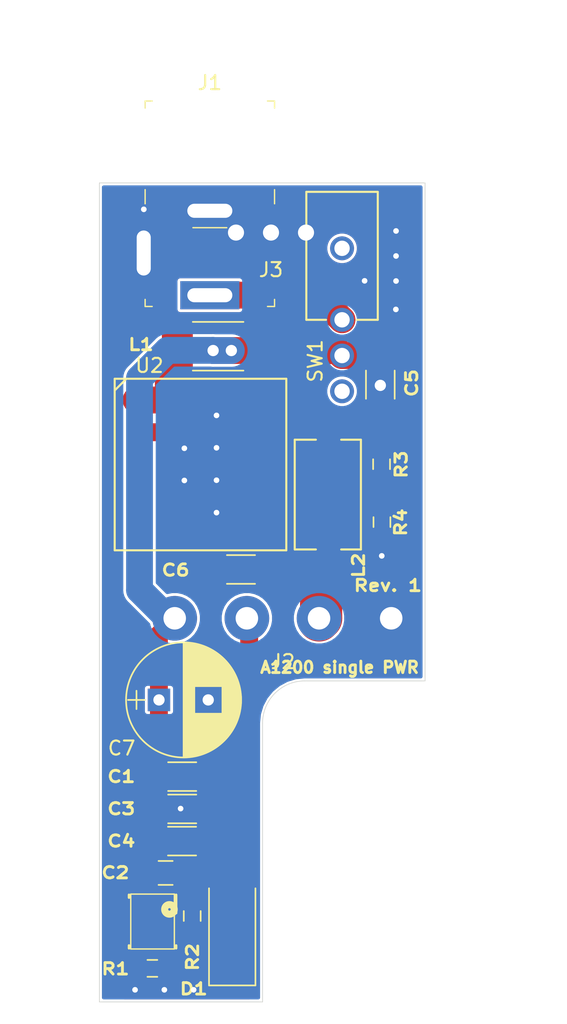
<source format=kicad_pcb>
(kicad_pcb (version 20171130) (host pcbnew 5.1.6)

  (general
    (thickness 1.6)
    (drawings 11)
    (tracks 121)
    (zones 0)
    (modules 20)
    (nets 20)
  )

  (page A4)
  (title_block
    (title "A1200 single 12V power supply")
    (date 2020-08-28)
    (rev 1)
    (company "MastaTabs @ a1k")
  )

  (layers
    (0 F.Cu signal)
    (31 B.Cu signal)
    (32 B.Adhes user)
    (33 F.Adhes user)
    (34 B.Paste user)
    (35 F.Paste user)
    (36 B.SilkS user)
    (37 F.SilkS user)
    (38 B.Mask user)
    (39 F.Mask user)
    (40 Dwgs.User user)
    (41 Cmts.User user)
    (42 Eco1.User user)
    (43 Eco2.User user)
    (44 Edge.Cuts user)
    (45 Margin user)
    (46 B.CrtYd user)
    (47 F.CrtYd user)
    (48 B.Fab user)
    (49 F.Fab user hide)
  )

  (setup
    (last_trace_width 0.25)
    (user_trace_width 0.1524)
    (user_trace_width 0.2032)
    (user_trace_width 0.254)
    (user_trace_width 0.381)
    (user_trace_width 0.508)
    (user_trace_width 0.635)
    (user_trace_width 1.27)
    (user_trace_width 1.905)
    (trace_clearance 0.2)
    (zone_clearance 0.1524)
    (zone_45_only no)
    (trace_min 0.1524)
    (via_size 0.8)
    (via_drill 0.4)
    (via_min_size 0.4)
    (via_min_drill 0.3)
    (user_via 0.6 0.3)
    (user_via 0.8 0.4)
    (user_via 1 0.5)
    (user_via 1.2 0.8)
    (uvia_size 0.3)
    (uvia_drill 0.1)
    (uvias_allowed no)
    (uvia_min_size 0.2)
    (uvia_min_drill 0.1)
    (edge_width 0.05)
    (segment_width 0.2)
    (pcb_text_width 0.3)
    (pcb_text_size 1.5 1.5)
    (mod_edge_width 0.12)
    (mod_text_size 1 1)
    (mod_text_width 0.15)
    (pad_size 4.2 2)
    (pad_drill 3.2)
    (pad_to_mask_clearance 0.051)
    (solder_mask_min_width 0.25)
    (aux_axis_origin 0 0)
    (visible_elements FFFFFF7F)
    (pcbplotparams
      (layerselection 0x010fc_ffffffff)
      (usegerberextensions true)
      (usegerberattributes false)
      (usegerberadvancedattributes false)
      (creategerberjobfile false)
      (excludeedgelayer true)
      (linewidth 0.100000)
      (plotframeref false)
      (viasonmask false)
      (mode 1)
      (useauxorigin false)
      (hpglpennumber 1)
      (hpglpenspeed 20)
      (hpglpendiameter 15.000000)
      (psnegative false)
      (psa4output false)
      (plotreference true)
      (plotvalue true)
      (plotinvisibletext false)
      (padsonsilk false)
      (subtractmaskfromsilk false)
      (outputformat 1)
      (mirror false)
      (drillshape 0)
      (scaleselection 1)
      (outputdirectory "gerber/"))
  )

  (net 0 "")
  (net 1 GND)
  (net 2 +12V)
  (net 3 -12V)
  (net 4 +5V)
  (net 5 "Net-(R1-Pad2)")
  (net 6 "Net-(U1-Pad2)")
  (net 7 "Net-(U1-Pad8)")
  (net 8 "Net-(U1-Pad9)")
  (net 9 "Net-(U1-Pad10)")
  (net 10 "Net-(L1-Pad1)")
  (net 11 "Net-(L2-Pad2)")
  (net 12 "Net-(R3-Pad1)")
  (net 13 "Net-(U2-PadE2)")
  (net 14 "Net-(U2-PadE1)")
  (net 15 "Net-(U2-PadD1)")
  (net 16 "Net-(U2-PadC1)")
  (net 17 /SW12V)
  (net 18 "Net-(SW1-Pad3)")
  (net 19 "Net-(U1-Pad11)")

  (net_class Default "Dies ist die voreingestellte Netzklasse."
    (clearance 0.2)
    (trace_width 0.25)
    (via_dia 0.8)
    (via_drill 0.4)
    (uvia_dia 0.3)
    (uvia_drill 0.1)
    (add_net +12V)
    (add_net +5V)
    (add_net -12V)
    (add_net /SW12V)
    (add_net GND)
    (add_net "Net-(L1-Pad1)")
    (add_net "Net-(L2-Pad2)")
    (add_net "Net-(R1-Pad2)")
    (add_net "Net-(R3-Pad1)")
    (add_net "Net-(SW1-Pad3)")
    (add_net "Net-(U1-Pad10)")
    (add_net "Net-(U1-Pad11)")
    (add_net "Net-(U1-Pad2)")
    (add_net "Net-(U1-Pad8)")
    (add_net "Net-(U1-Pad9)")
    (add_net "Net-(U2-PadC1)")
    (add_net "Net-(U2-PadD1)")
    (add_net "Net-(U2-PadE1)")
    (add_net "Net-(U2-PadE2)")
  )

  (module a1200_pwr:RPM5.0-6.0 (layer F.Cu) (tedit 5E0DF9AD) (tstamp 5E116C36)
    (at 141.0081 80.6831)
    (path /5E10C8ED)
    (fp_text reference U2 (at -3.6 -7.1) (layer F.SilkS)
      (effects (font (size 1 1) (thickness 0.15)))
    )
    (fp_text value RPM5.0-6.0 (at -0.1 7.3) (layer F.Fab)
      (effects (font (size 1 1) (thickness 0.15)))
    )
    (fp_line (start -6.07 6.03) (end 6.13 6.03) (layer F.SilkS) (width 0.15))
    (fp_line (start 6.13 6.03) (end 6.13 -6.16) (layer F.SilkS) (width 0.15))
    (fp_line (start -6.07 -6.16) (end 6.13 -6.16) (layer F.SilkS) (width 0.15))
    (fp_line (start -6.07 6.03) (end -6.07 -6.16) (layer F.SilkS) (width 0.15))
    (fp_line (start -6.05 -5.35) (end -5.25 -6.15) (layer F.SilkS) (width 0.15))
    (pad E5 smd rect (at 4.61 4.51) (size 1.06 1.06) (layers F.Cu F.Paste F.Mask)
      (net 12 "Net-(R3-Pad1)"))
    (pad D5 smd rect (at 4.61 2.22) (size 1.06 1.06) (layers F.Cu F.Paste F.Mask)
      (net 1 GND))
    (pad C5 smd rect (at 4.61 -0.07) (size 1.06 1.06) (layers F.Cu F.Paste F.Mask)
      (net 11 "Net-(L2-Pad2)"))
    (pad B5 smd rect (at 4.61 -2.36) (size 1.06 1.06) (layers F.Cu F.Paste F.Mask)
      (net 11 "Net-(L2-Pad2)"))
    (pad A5 smd rect (at 4.61 -4.65) (size 1.06 1.06) (layers F.Cu F.Paste F.Mask)
      (net 11 "Net-(L2-Pad2)"))
    (pad E4 smd rect (at 2.32 4.51) (size 1.06 1.06) (layers F.Cu F.Paste F.Mask)
      (net 1 GND))
    (pad D4 smd rect (at 2.32 2.22) (size 1.06 1.06) (layers F.Cu F.Paste F.Mask)
      (net 1 GND))
    (pad C4 smd rect (at 2.32 -0.07) (size 1.06 1.06) (layers F.Cu F.Paste F.Mask)
      (net 1 GND))
    (pad B4 smd rect (at 2.32 -2.36) (size 1.06 1.06) (layers F.Cu F.Paste F.Mask)
      (net 1 GND))
    (pad A4 smd rect (at 2.32 -4.65) (size 1.06 1.06) (layers F.Cu F.Paste F.Mask)
      (net 1 GND))
    (pad E3 smd rect (at 0.03 4.51) (size 1.06 1.06) (layers F.Cu F.Paste F.Mask)
      (net 1 GND))
    (pad D3 smd rect (at 0.03 2.22) (size 1.06 1.06) (layers F.Cu F.Paste F.Mask)
      (net 1 GND))
    (pad C3 smd rect (at 0.03 -0.07) (size 1.06 1.06) (layers F.Cu F.Paste F.Mask)
      (net 1 GND))
    (pad B3 smd rect (at 0.03 -2.36) (size 1.06 1.06) (layers F.Cu F.Paste F.Mask)
      (net 1 GND))
    (pad A3 smd rect (at 0.03 -4.65) (size 1.06 1.06) (layers F.Cu F.Paste F.Mask)
      (net 1 GND))
    (pad E2 smd rect (at -2.26 4.51) (size 1.06 1.06) (layers F.Cu F.Paste F.Mask)
      (net 13 "Net-(U2-PadE2)"))
    (pad D2 smd rect (at -2.26 2.22) (size 1.06 1.06) (layers F.Cu F.Paste F.Mask)
      (net 1 GND))
    (pad C2 smd rect (at -2.26 -0.07) (size 1.06 1.06) (layers F.Cu F.Paste F.Mask)
      (net 1 GND))
    (pad B2 smd rect (at -2.26 -2.36) (size 1.06 1.06) (layers F.Cu F.Paste F.Mask)
      (net 1 GND))
    (pad A2 smd rect (at -2.26 -4.65) (size 1.06 1.06) (layers F.Cu F.Paste F.Mask)
      (net 10 "Net-(L1-Pad1)"))
    (pad E1 smd rect (at -4.55 4.51) (size 1.06 1.06) (layers F.Cu F.Paste F.Mask)
      (net 14 "Net-(U2-PadE1)"))
    (pad D1 smd rect (at -4.55 2.22) (size 1.06 1.06) (layers F.Cu F.Paste F.Mask)
      (net 15 "Net-(U2-PadD1)"))
    (pad C1 smd rect (at -4.55 -0.07) (size 1.06 1.06) (layers F.Cu F.Paste F.Mask)
      (net 16 "Net-(U2-PadC1)"))
    (pad B1 smd rect (at -4.55 -2.36) (size 1.06 1.06) (layers F.Cu F.Paste F.Mask)
      (net 1 GND))
    (pad A1 smd rect (at -4.55 -4.65) (size 1.06 1.06) (layers F.Cu F.Paste F.Mask)
      (net 10 "Net-(L1-Pad1)"))
  )

  (module a1200_pwr:SIL0010A (layer F.Cu) (tedit 5E0E1AD6) (tstamp 5E112E46)
    (at 137.6299 113.0935 270)
    (path /5E0DF919)
    (fp_text reference U1 (at 0 0 90) (layer F.SilkS) hide
      (effects (font (size 1.27 1.27) (thickness 0.15)))
    )
    (fp_text value LMZM23600SILR (at 0 0 90) (layer F.SilkS) hide
      (effects (font (size 1.27 1.27) (thickness 0.15)))
    )
    (fp_circle (center -0.8636 -1.2) (end -0.7736 -1.2) (layer F.SilkS) (width 0.5))
    (fp_poly (pts (xy -0.525 0.3675) (xy -0.525 -0.3675) (xy -0.5241 -0.3771) (xy -0.5213 -0.3863)
      (xy -0.5167 -0.3947) (xy -0.5106 -0.4021) (xy -0.5032 -0.4082) (xy -0.4948 -0.4128)
      (xy -0.4856 -0.4156) (xy -0.476 -0.4165) (xy 0.126 -0.4165) (xy 0.1356 -0.4156)
      (xy 0.1448 -0.4128) (xy 0.1532 -0.4082) (xy 0.1606 -0.4021) (xy 0.1667 -0.3947)
      (xy 0.1713 -0.3863) (xy 0.1741 -0.3771) (xy 0.175 -0.3675) (xy 0.175 0.3675)
      (xy 0.1741 0.3771) (xy 0.1713 0.3863) (xy 0.1667 0.3947) (xy 0.1606 0.4021)
      (xy 0.1532 0.4082) (xy 0.1448 0.4128) (xy 0.1356 0.4156) (xy 0.126 0.4165)
      (xy -0.476 0.4165) (xy -0.4856 0.4156) (xy -0.4948 0.4128) (xy -0.5032 0.4082)
      (xy -0.5106 0.4021) (xy -0.5167 0.3947) (xy -0.5213 0.3863) (xy -0.5241 0.3771)) (layer F.Paste) (width 0))
    (fp_poly (pts (xy -0.525 1.3975) (xy -0.525 0.6625) (xy -0.5241 0.6529) (xy -0.5213 0.6437)
      (xy -0.5167 0.6353) (xy -0.5106 0.6279) (xy -0.5032 0.6218) (xy -0.4948 0.6172)
      (xy -0.4856 0.6144) (xy -0.476 0.6135) (xy 0.126 0.6135) (xy 0.1356 0.6144)
      (xy 0.1448 0.6172) (xy 0.1532 0.6218) (xy 0.1606 0.6279) (xy 0.1667 0.6353)
      (xy 0.1713 0.6437) (xy 0.1741 0.6529) (xy 0.175 0.6625) (xy 0.175 1.3975)
      (xy 0.1741 1.4071) (xy 0.1713 1.4163) (xy 0.1667 1.4247) (xy 0.1606 1.4321)
      (xy 0.1532 1.4382) (xy 0.1448 1.4428) (xy 0.1356 1.4456) (xy 0.126 1.4465)
      (xy -0.476 1.4465) (xy -0.4856 1.4456) (xy -0.4948 1.4428) (xy -0.5032 1.4382)
      (xy -0.5106 1.4321) (xy -0.5167 1.4247) (xy -0.5213 1.4163) (xy -0.5241 1.4071)) (layer F.Paste) (width 0))
    (fp_poly (pts (xy -0.525 -0.6625) (xy -0.525 -1.3975) (xy -0.5241 -1.4071) (xy -0.5213 -1.4163)
      (xy -0.5167 -1.4247) (xy -0.5106 -1.4321) (xy -0.5032 -1.4382) (xy -0.4948 -1.4428)
      (xy -0.4856 -1.4456) (xy -0.476 -1.4465) (xy 0.126 -1.4465) (xy 0.1356 -1.4456)
      (xy 0.1448 -1.4428) (xy 0.1532 -1.4382) (xy 0.1606 -1.4321) (xy 0.1667 -1.4247)
      (xy 0.1713 -1.4163) (xy 0.1741 -1.4071) (xy 0.175 -1.3975) (xy 0.175 -0.6625)
      (xy 0.1741 -0.6529) (xy 0.1713 -0.6437) (xy 0.1667 -0.6353) (xy 0.1606 -0.6279)
      (xy 0.1532 -0.6218) (xy 0.1448 -0.6172) (xy 0.1356 -0.6144) (xy 0.126 -0.6135)
      (xy -0.476 -0.6135) (xy -0.4856 -0.6144) (xy -0.4948 -0.6172) (xy -0.5032 -0.6218)
      (xy -0.5106 -0.6279) (xy -0.5167 -0.6353) (xy -0.5213 -0.6437) (xy -0.5241 -0.6529)) (layer F.Paste) (width 0))
    (fp_line (start -1.95 1.55) (end 1.95 1.55) (layer F.SilkS) (width 0.1))
    (fp_line (start -1.95 -1.55) (end 1.95 -1.55) (layer F.SilkS) (width 0.1))
    (fp_line (start 1.95 1.55) (end 1.95 -1.55) (layer F.SilkS) (width 0.1))
    (fp_line (start -1.95 1.55) (end -1.95 -1.55) (layer F.SilkS) (width 0.1))
    (fp_line (start -1.9 1.675) (end -1.7 1.675) (layer F.SilkS) (width 0.1778))
    (fp_line (start 1.7 1.675) (end 1.9 1.675) (layer F.SilkS) (width 0.1778))
    (fp_line (start 1.7 -1.675) (end 1.9 -1.675) (layer F.SilkS) (width 0.1778))
    (fp_line (start -1.9 -1.675) (end -0.6 -1.675) (layer F.SilkS) (width 0.1778))
    (pad 1 smd rect (at -1.525 -1.2 270) (size 0.75 0.4) (layers F.Cu F.Paste F.Mask)
      (net 3 -12V) (solder_mask_margin 0.1016))
    (pad 2 smd rect (at -1.525 -0.6 270) (size 0.75 0.4) (layers F.Cu F.Paste F.Mask)
      (net 6 "Net-(U1-Pad2)") (solder_mask_margin 0.1016))
    (pad 3 smd rect (at -1.525 0 270) (size 0.75 0.4) (layers F.Cu F.Paste F.Mask)
      (net 2 +12V) (solder_mask_margin 0.1016))
    (pad 4 smd rect (at -1.525 0.6 270) (size 0.75 0.4) (layers F.Cu F.Paste F.Mask)
      (net 2 +12V) (solder_mask_margin 0.1016))
    (pad 5 smd rect (at -1.525 1.2 270) (size 0.75 0.4) (layers F.Cu F.Paste F.Mask)
      (solder_mask_margin 0.1016))
    (pad 6 smd rect (at 1.525 1.2 270) (size 0.75 0.4) (layers F.Cu F.Paste F.Mask)
      (net 1 GND) (solder_mask_margin 0.1016))
    (pad 7 smd rect (at 1.525 0.6 270) (size 0.75 0.4) (layers F.Cu F.Paste F.Mask)
      (net 5 "Net-(R1-Pad2)") (solder_mask_margin 0.1016))
    (pad 8 smd rect (at 1.525 0 270) (size 0.75 0.4) (layers F.Cu F.Paste F.Mask)
      (net 7 "Net-(U1-Pad8)") (solder_mask_margin 0.1016))
    (pad 9 smd rect (at 1.525 -0.6 270) (size 0.75 0.4) (layers F.Cu F.Paste F.Mask)
      (net 8 "Net-(U1-Pad9)") (solder_mask_margin 0.1016))
    (pad 10 smd rect (at 1.525 -1.2 270) (size 0.75 0.4) (layers F.Cu F.Paste F.Mask)
      (net 9 "Net-(U1-Pad10)") (solder_mask_margin 0.1016))
    (pad 11 smd rect (at -0.175 0 270) (size 0.8 3) (layers F.Cu F.Paste F.Mask)
      (net 19 "Net-(U1-Pad11)") (solder_mask_margin 0.1016))
  )

  (module a1200_pwr:rock_sw (layer F.Cu) (tedit 5E42D505) (tstamp 5E4359B6)
    (at 151.102 65.254 270)
    (path /5E43C212)
    (fp_text reference SW1 (at 8.001 1.905 90) (layer F.SilkS)
      (effects (font (size 1 1) (thickness 0.15)))
    )
    (fp_text value RMS1R102M7QES (at 0.127 1.651 90) (layer F.Fab)
      (effects (font (size 1 1) (thickness 0.15)))
    )
    (fp_line (start -4.0132 2.54) (end 5.08 2.54) (layer F.SilkS) (width 0.15))
    (fp_line (start 5.08 2.54) (end 5.08 1.143) (layer F.SilkS) (width 0.15))
    (fp_line (start 5.08 -2.54) (end 5.08 -1.016) (layer F.SilkS) (width 0.15))
    (fp_line (start 5.08 -2.54) (end -4.0132 -2.54) (layer F.SilkS) (width 0.15))
    (fp_line (start -4.0132 -2.54) (end -4.0132 2.54) (layer F.SilkS) (width 0.15))
    (fp_line (start -4.0132 3.81) (end -4.0132 -3.81) (layer Dwgs.User) (width 0.12))
    (fp_line (start -4.0132 -3.81) (end -14.7828 -3.81) (layer Dwgs.User) (width 0.12))
    (fp_line (start -14.7828 -3.81) (end -14.7828 3.81) (layer Dwgs.User) (width 0.12))
    (fp_line (start -14.7828 3.81) (end -4.0132 3.81) (layer Dwgs.User) (width 0.12))
    (fp_line (start -12.3952 3.81) (end -12.3952 -3.81) (layer Dwgs.User) (width 0.12))
    (pad 3 thru_hole circle (at 10.16 0 270) (size 1.7 1.7) (drill 1.0922) (layers *.Cu *.Mask)
      (net 18 "Net-(SW1-Pad3)"))
    (pad 2 thru_hole circle (at 7.62 0 270) (size 1.7 1.7) (drill 1.0922) (layers *.Cu *.Mask)
      (net 2 +12V))
    (pad 1 thru_hole circle (at 5.08 0 270) (size 1.7 1.7) (drill 1.09) (layers *.Cu *.Mask)
      (net 17 /SW12V))
    (pad SH thru_hole circle (at 0 0 270) (size 1.7 1.7) (drill 1.09) (layers *.Cu *.Mask))
  )

  (module a1200_pwr:APWR_small (layer F.Cu) (tedit 5E0DBE0E) (tstamp 5E1046CB)
    (at 146.05 64.135)
    (path /5E0FADCB)
    (fp_text reference J3 (at 0 2.643) (layer F.SilkS)
      (effects (font (size 1 1) (thickness 0.15)))
    )
    (fp_text value APWR_small (at 0 -2.643) (layer F.Fab)
      (effects (font (size 1 1) (thickness 0.15)))
    )
    (fp_line (start -3.88 -1.39) (end 3.88 -1.39) (layer F.CrtYd) (width 0.05))
    (fp_line (start 3.88 -1.39) (end 3.88 1.39) (layer F.CrtYd) (width 0.05))
    (fp_line (start 3.88 1.39) (end -3.88 1.39) (layer F.CrtYd) (width 0.05))
    (fp_line (start -3.88 1.39) (end -3.88 -1.39) (layer F.CrtYd) (width 0.05))
    (pad 3 thru_hole circle (at 2.489 0) (size 2.286 2.286) (drill 1.143) (layers *.Cu *.Mask)
      (net 1 GND))
    (pad 2 thru_hole circle (at 0 0) (size 2.286 2.286) (drill 1.143) (layers *.Cu *.Mask)
      (net 1 GND))
    (pad 1 thru_hole circle (at -2.489 0) (size 2.286 2.286) (drill 1.143) (layers *.Cu *.Mask)
      (net 1 GND))
  )

  (module a1200_pwr:APWR_big locked (layer F.Cu) (tedit 5E0DBD0F) (tstamp 5E1042F4)
    (at 146.9 91.544)
    (path /5E0F4CB7)
    (fp_text reference J2 (at 0 3.0875) (layer F.SilkS)
      (effects (font (size 1 1) (thickness 0.15)))
    )
    (fp_text value APWR_big (at 0 -3.0875) (layer F.Fab)
      (effects (font (size 1 1) (thickness 0.15)))
    )
    (fp_line (start -9.53 -1.84) (end 9.53 -1.84) (layer F.CrtYd) (width 0.05))
    (fp_line (start 9.53 -1.84) (end 9.53 1.84) (layer F.CrtYd) (width 0.05))
    (fp_line (start 9.53 1.84) (end -9.53 1.84) (layer F.CrtYd) (width 0.05))
    (fp_line (start -9.53 1.84) (end -9.53 -1.84) (layer F.CrtYd) (width 0.05))
    (pad 4 thru_hole circle (at 7.695 0) (size 3.175 3.175) (drill 1.6) (layers *.Cu *.Mask)
      (net 1 GND))
    (pad 3 thru_hole circle (at 2.565 0) (size 3.175 3.175) (drill 1.6) (layers *.Cu *.Mask)
      (net 4 +5V))
    (pad 2 thru_hole circle (at -2.565 0) (size 3.175 3.175) (drill 1.6) (layers *.Cu *.Mask)
      (net 3 -12V))
    (pad 1 thru_hole circle (at -7.695 0) (size 3.175 3.175) (drill 1.6) (layers *.Cu *.Mask)
      (net 2 +12V))
  )

  (module a1200_pwr:Barrel_Jack_5.5mmODx2.1mmID_PJ-102A (layer F.Cu) (tedit 5F4931C2) (tstamp 5E1042E8)
    (at 141.702 65.5866)
    (path /5E0F1A03)
    (fp_text reference J1 (at 0 -12.1) (layer F.SilkS)
      (effects (font (size 1 1) (thickness 0.15)))
    )
    (fp_text value PJ-102A (at 0 5.8) (layer F.Fab)
      (effects (font (size 1 1) (thickness 0.15)))
    )
    (fp_line (start -4.5 3.7) (end 4.5 3.7) (layer F.Fab) (width 0.1))
    (fp_line (start -4.5 3.7) (end -4.5 -10.7) (layer F.Fab) (width 0.1))
    (fp_line (start 4.5 3.7) (end 4.5 -10.7) (layer F.Fab) (width 0.1))
    (fp_line (start -4.5 -10.7) (end 4.5 -10.7) (layer F.Fab) (width 0.1))
    (fp_line (start 4.6 3.8) (end 4.1 3.8) (layer F.SilkS) (width 0.1))
    (fp_line (start 4.6 3.8) (end 4.6 3.3) (layer F.SilkS) (width 0.1))
    (fp_line (start -4.6 3.8) (end -4.1 3.8) (layer F.SilkS) (width 0.1))
    (fp_line (start -4.6 3.8) (end -4.6 3.3) (layer F.SilkS) (width 0.1))
    (fp_line (start -1.2 -1.8) (end 1.2 -1.8) (layer F.SilkS) (width 0.1))
    (fp_line (start -4.6 -10.8) (end -4.6 -10.3) (layer F.SilkS) (width 0.1))
    (fp_line (start -4.6 -10.8) (end -4.1 -10.8) (layer F.SilkS) (width 0.1))
    (fp_line (start 4.6 -10.8) (end 4.1 -10.8) (layer F.SilkS) (width 0.1))
    (fp_line (start 4.6 -10.8) (end 4.6 -10.3) (layer F.SilkS) (width 0.1))
    (fp_line (start -4.6 -3.5) (end -4.6 -4.5) (layer F.SilkS) (width 0.1))
    (fp_line (start 4.6 -3.5) (end 4.6 -4.5) (layer F.SilkS) (width 0.1))
    (fp_line (start -5.9 -10.95) (end 4.8 -10.95) (layer F.CrtYd) (width 0.05))
    (fp_line (start -5.9 -10.95) (end -5.9 4.25) (layer F.CrtYd) (width 0.05))
    (fp_line (start 4.8 -10.95) (end 4.8 4.25) (layer F.CrtYd) (width 0.05))
    (fp_line (start -5.9 4.25) (end 4.8 4.25) (layer F.CrtYd) (width 0.05))
    (pad 3 thru_hole rect (at -4.7 0) (size 2 4.2) (drill oval 1 3.2) (layers *.Cu *.Mask)
      (net 1 GND))
    (pad 1 thru_hole rect (at 0 3) (size 4.2 2) (drill oval 3.2 1) (layers *.Cu *.Mask)
      (net 17 /SW12V))
    (pad 2 thru_hole rect (at 0 -3) (size 4.2 2) (drill oval 3.2 1) (layers *.Cu *.Mask)
      (net 1 GND))
  )

  (module Capacitors_THT:CP_Radial_D8.0mm_P3.50mm (layer F.Cu) (tedit 597BC7C2) (tstamp 5E362387)
    (at 138.0871 97.3455)
    (descr "CP, Radial series, Radial, pin pitch=3.50mm, , diameter=8mm, Electrolytic Capacitor")
    (tags "CP Radial series Radial pin pitch 3.50mm  diameter 8mm Electrolytic Capacitor")
    (path /5E364C29)
    (fp_text reference C7 (at -2.6543 3.429) (layer F.SilkS)
      (effects (font (size 1 1) (thickness 0.15)))
    )
    (fp_text value 330u (at 1.75 5.31) (layer F.Fab)
      (effects (font (size 1 1) (thickness 0.15)))
    )
    (fp_line (start 6.1 -4.35) (end -2.6 -4.35) (layer F.CrtYd) (width 0.05))
    (fp_line (start 6.1 4.35) (end 6.1 -4.35) (layer F.CrtYd) (width 0.05))
    (fp_line (start -2.6 4.35) (end 6.1 4.35) (layer F.CrtYd) (width 0.05))
    (fp_line (start -2.6 -4.35) (end -2.6 4.35) (layer F.CrtYd) (width 0.05))
    (fp_line (start -1.6 -0.65) (end -1.6 0.65) (layer F.SilkS) (width 0.12))
    (fp_line (start -2.2 0) (end -1 0) (layer F.SilkS) (width 0.12))
    (fp_line (start 5.831 -0.246) (end 5.831 0.246) (layer F.SilkS) (width 0.12))
    (fp_line (start 5.791 -0.598) (end 5.791 0.598) (layer F.SilkS) (width 0.12))
    (fp_line (start 5.751 -0.814) (end 5.751 0.814) (layer F.SilkS) (width 0.12))
    (fp_line (start 5.711 -0.983) (end 5.711 0.983) (layer F.SilkS) (width 0.12))
    (fp_line (start 5.671 -1.127) (end 5.671 1.127) (layer F.SilkS) (width 0.12))
    (fp_line (start 5.631 -1.254) (end 5.631 1.254) (layer F.SilkS) (width 0.12))
    (fp_line (start 5.591 -1.369) (end 5.591 1.369) (layer F.SilkS) (width 0.12))
    (fp_line (start 5.551 -1.473) (end 5.551 1.473) (layer F.SilkS) (width 0.12))
    (fp_line (start 5.511 -1.57) (end 5.511 1.57) (layer F.SilkS) (width 0.12))
    (fp_line (start 5.471 -1.66) (end 5.471 1.66) (layer F.SilkS) (width 0.12))
    (fp_line (start 5.431 -1.745) (end 5.431 1.745) (layer F.SilkS) (width 0.12))
    (fp_line (start 5.391 -1.826) (end 5.391 1.826) (layer F.SilkS) (width 0.12))
    (fp_line (start 5.351 -1.902) (end 5.351 1.902) (layer F.SilkS) (width 0.12))
    (fp_line (start 5.311 -1.974) (end 5.311 1.974) (layer F.SilkS) (width 0.12))
    (fp_line (start 5.271 -2.043) (end 5.271 2.043) (layer F.SilkS) (width 0.12))
    (fp_line (start 5.231 -2.109) (end 5.231 2.109) (layer F.SilkS) (width 0.12))
    (fp_line (start 5.191 -2.173) (end 5.191 2.173) (layer F.SilkS) (width 0.12))
    (fp_line (start 5.151 -2.234) (end 5.151 2.234) (layer F.SilkS) (width 0.12))
    (fp_line (start 5.111 -2.293) (end 5.111 2.293) (layer F.SilkS) (width 0.12))
    (fp_line (start 5.071 -2.349) (end 5.071 2.349) (layer F.SilkS) (width 0.12))
    (fp_line (start 5.031 -2.404) (end 5.031 2.404) (layer F.SilkS) (width 0.12))
    (fp_line (start 4.991 -2.457) (end 4.991 2.457) (layer F.SilkS) (width 0.12))
    (fp_line (start 4.951 -2.508) (end 4.951 2.508) (layer F.SilkS) (width 0.12))
    (fp_line (start 4.911 -2.557) (end 4.911 2.557) (layer F.SilkS) (width 0.12))
    (fp_line (start 4.871 -2.605) (end 4.871 2.605) (layer F.SilkS) (width 0.12))
    (fp_line (start 4.831 -2.652) (end 4.831 2.652) (layer F.SilkS) (width 0.12))
    (fp_line (start 4.791 -2.697) (end 4.791 2.697) (layer F.SilkS) (width 0.12))
    (fp_line (start 4.751 -2.74) (end 4.751 2.74) (layer F.SilkS) (width 0.12))
    (fp_line (start 4.711 -2.783) (end 4.711 2.783) (layer F.SilkS) (width 0.12))
    (fp_line (start 4.671 -2.824) (end 4.671 2.824) (layer F.SilkS) (width 0.12))
    (fp_line (start 4.631 -2.865) (end 4.631 2.865) (layer F.SilkS) (width 0.12))
    (fp_line (start 4.591 -2.904) (end 4.591 2.904) (layer F.SilkS) (width 0.12))
    (fp_line (start 4.551 -2.942) (end 4.551 2.942) (layer F.SilkS) (width 0.12))
    (fp_line (start 4.511 -2.979) (end 4.511 2.979) (layer F.SilkS) (width 0.12))
    (fp_line (start 4.471 0.98) (end 4.471 3.015) (layer F.SilkS) (width 0.12))
    (fp_line (start 4.471 -3.015) (end 4.471 -0.98) (layer F.SilkS) (width 0.12))
    (fp_line (start 4.431 0.98) (end 4.431 3.05) (layer F.SilkS) (width 0.12))
    (fp_line (start 4.431 -3.05) (end 4.431 -0.98) (layer F.SilkS) (width 0.12))
    (fp_line (start 4.391 0.98) (end 4.391 3.084) (layer F.SilkS) (width 0.12))
    (fp_line (start 4.391 -3.084) (end 4.391 -0.98) (layer F.SilkS) (width 0.12))
    (fp_line (start 4.351 0.98) (end 4.351 3.118) (layer F.SilkS) (width 0.12))
    (fp_line (start 4.351 -3.118) (end 4.351 -0.98) (layer F.SilkS) (width 0.12))
    (fp_line (start 4.311 0.98) (end 4.311 3.15) (layer F.SilkS) (width 0.12))
    (fp_line (start 4.311 -3.15) (end 4.311 -0.98) (layer F.SilkS) (width 0.12))
    (fp_line (start 4.271 0.98) (end 4.271 3.182) (layer F.SilkS) (width 0.12))
    (fp_line (start 4.271 -3.182) (end 4.271 -0.98) (layer F.SilkS) (width 0.12))
    (fp_line (start 4.231 0.98) (end 4.231 3.213) (layer F.SilkS) (width 0.12))
    (fp_line (start 4.231 -3.213) (end 4.231 -0.98) (layer F.SilkS) (width 0.12))
    (fp_line (start 4.191 0.98) (end 4.191 3.243) (layer F.SilkS) (width 0.12))
    (fp_line (start 4.191 -3.243) (end 4.191 -0.98) (layer F.SilkS) (width 0.12))
    (fp_line (start 4.151 0.98) (end 4.151 3.272) (layer F.SilkS) (width 0.12))
    (fp_line (start 4.151 -3.272) (end 4.151 -0.98) (layer F.SilkS) (width 0.12))
    (fp_line (start 4.111 0.98) (end 4.111 3.301) (layer F.SilkS) (width 0.12))
    (fp_line (start 4.111 -3.301) (end 4.111 -0.98) (layer F.SilkS) (width 0.12))
    (fp_line (start 4.071 0.98) (end 4.071 3.329) (layer F.SilkS) (width 0.12))
    (fp_line (start 4.071 -3.329) (end 4.071 -0.98) (layer F.SilkS) (width 0.12))
    (fp_line (start 4.031 0.98) (end 4.031 3.356) (layer F.SilkS) (width 0.12))
    (fp_line (start 4.031 -3.356) (end 4.031 -0.98) (layer F.SilkS) (width 0.12))
    (fp_line (start 3.991 0.98) (end 3.991 3.383) (layer F.SilkS) (width 0.12))
    (fp_line (start 3.991 -3.383) (end 3.991 -0.98) (layer F.SilkS) (width 0.12))
    (fp_line (start 3.951 0.98) (end 3.951 3.408) (layer F.SilkS) (width 0.12))
    (fp_line (start 3.951 -3.408) (end 3.951 -0.98) (layer F.SilkS) (width 0.12))
    (fp_line (start 3.911 0.98) (end 3.911 3.434) (layer F.SilkS) (width 0.12))
    (fp_line (start 3.911 -3.434) (end 3.911 -0.98) (layer F.SilkS) (width 0.12))
    (fp_line (start 3.871 0.98) (end 3.871 3.458) (layer F.SilkS) (width 0.12))
    (fp_line (start 3.871 -3.458) (end 3.871 -0.98) (layer F.SilkS) (width 0.12))
    (fp_line (start 3.831 0.98) (end 3.831 3.482) (layer F.SilkS) (width 0.12))
    (fp_line (start 3.831 -3.482) (end 3.831 -0.98) (layer F.SilkS) (width 0.12))
    (fp_line (start 3.791 0.98) (end 3.791 3.505) (layer F.SilkS) (width 0.12))
    (fp_line (start 3.791 -3.505) (end 3.791 -0.98) (layer F.SilkS) (width 0.12))
    (fp_line (start 3.751 0.98) (end 3.751 3.528) (layer F.SilkS) (width 0.12))
    (fp_line (start 3.751 -3.528) (end 3.751 -0.98) (layer F.SilkS) (width 0.12))
    (fp_line (start 3.711 0.98) (end 3.711 3.55) (layer F.SilkS) (width 0.12))
    (fp_line (start 3.711 -3.55) (end 3.711 -0.98) (layer F.SilkS) (width 0.12))
    (fp_line (start 3.671 0.98) (end 3.671 3.572) (layer F.SilkS) (width 0.12))
    (fp_line (start 3.671 -3.572) (end 3.671 -0.98) (layer F.SilkS) (width 0.12))
    (fp_line (start 3.631 0.98) (end 3.631 3.593) (layer F.SilkS) (width 0.12))
    (fp_line (start 3.631 -3.593) (end 3.631 -0.98) (layer F.SilkS) (width 0.12))
    (fp_line (start 3.591 0.98) (end 3.591 3.613) (layer F.SilkS) (width 0.12))
    (fp_line (start 3.591 -3.613) (end 3.591 -0.98) (layer F.SilkS) (width 0.12))
    (fp_line (start 3.551 0.98) (end 3.551 3.633) (layer F.SilkS) (width 0.12))
    (fp_line (start 3.551 -3.633) (end 3.551 -0.98) (layer F.SilkS) (width 0.12))
    (fp_line (start 3.511 0.98) (end 3.511 3.652) (layer F.SilkS) (width 0.12))
    (fp_line (start 3.511 -3.652) (end 3.511 -0.98) (layer F.SilkS) (width 0.12))
    (fp_line (start 3.471 0.98) (end 3.471 3.671) (layer F.SilkS) (width 0.12))
    (fp_line (start 3.471 -3.671) (end 3.471 -0.98) (layer F.SilkS) (width 0.12))
    (fp_line (start 3.431 0.98) (end 3.431 3.69) (layer F.SilkS) (width 0.12))
    (fp_line (start 3.431 -3.69) (end 3.431 -0.98) (layer F.SilkS) (width 0.12))
    (fp_line (start 3.391 0.98) (end 3.391 3.707) (layer F.SilkS) (width 0.12))
    (fp_line (start 3.391 -3.707) (end 3.391 -0.98) (layer F.SilkS) (width 0.12))
    (fp_line (start 3.351 0.98) (end 3.351 3.725) (layer F.SilkS) (width 0.12))
    (fp_line (start 3.351 -3.725) (end 3.351 -0.98) (layer F.SilkS) (width 0.12))
    (fp_line (start 3.311 0.98) (end 3.311 3.741) (layer F.SilkS) (width 0.12))
    (fp_line (start 3.311 -3.741) (end 3.311 -0.98) (layer F.SilkS) (width 0.12))
    (fp_line (start 3.271 0.98) (end 3.271 3.758) (layer F.SilkS) (width 0.12))
    (fp_line (start 3.271 -3.758) (end 3.271 -0.98) (layer F.SilkS) (width 0.12))
    (fp_line (start 3.231 0.98) (end 3.231 3.773) (layer F.SilkS) (width 0.12))
    (fp_line (start 3.231 -3.773) (end 3.231 -0.98) (layer F.SilkS) (width 0.12))
    (fp_line (start 3.191 0.98) (end 3.191 3.789) (layer F.SilkS) (width 0.12))
    (fp_line (start 3.191 -3.789) (end 3.191 -0.98) (layer F.SilkS) (width 0.12))
    (fp_line (start 3.151 0.98) (end 3.151 3.803) (layer F.SilkS) (width 0.12))
    (fp_line (start 3.151 -3.803) (end 3.151 -0.98) (layer F.SilkS) (width 0.12))
    (fp_line (start 3.111 0.98) (end 3.111 3.818) (layer F.SilkS) (width 0.12))
    (fp_line (start 3.111 -3.818) (end 3.111 -0.98) (layer F.SilkS) (width 0.12))
    (fp_line (start 3.071 0.98) (end 3.071 3.832) (layer F.SilkS) (width 0.12))
    (fp_line (start 3.071 -3.832) (end 3.071 -0.98) (layer F.SilkS) (width 0.12))
    (fp_line (start 3.031 0.98) (end 3.031 3.845) (layer F.SilkS) (width 0.12))
    (fp_line (start 3.031 -3.845) (end 3.031 -0.98) (layer F.SilkS) (width 0.12))
    (fp_line (start 2.991 0.98) (end 2.991 3.858) (layer F.SilkS) (width 0.12))
    (fp_line (start 2.991 -3.858) (end 2.991 -0.98) (layer F.SilkS) (width 0.12))
    (fp_line (start 2.951 0.98) (end 2.951 3.87) (layer F.SilkS) (width 0.12))
    (fp_line (start 2.951 -3.87) (end 2.951 -0.98) (layer F.SilkS) (width 0.12))
    (fp_line (start 2.911 0.98) (end 2.911 3.883) (layer F.SilkS) (width 0.12))
    (fp_line (start 2.911 -3.883) (end 2.911 -0.98) (layer F.SilkS) (width 0.12))
    (fp_line (start 2.871 0.98) (end 2.871 3.894) (layer F.SilkS) (width 0.12))
    (fp_line (start 2.871 -3.894) (end 2.871 -0.98) (layer F.SilkS) (width 0.12))
    (fp_line (start 2.831 0.98) (end 2.831 3.905) (layer F.SilkS) (width 0.12))
    (fp_line (start 2.831 -3.905) (end 2.831 -0.98) (layer F.SilkS) (width 0.12))
    (fp_line (start 2.791 0.98) (end 2.791 3.916) (layer F.SilkS) (width 0.12))
    (fp_line (start 2.791 -3.916) (end 2.791 -0.98) (layer F.SilkS) (width 0.12))
    (fp_line (start 2.751 0.98) (end 2.751 3.926) (layer F.SilkS) (width 0.12))
    (fp_line (start 2.751 -3.926) (end 2.751 -0.98) (layer F.SilkS) (width 0.12))
    (fp_line (start 2.711 0.98) (end 2.711 3.936) (layer F.SilkS) (width 0.12))
    (fp_line (start 2.711 -3.936) (end 2.711 -0.98) (layer F.SilkS) (width 0.12))
    (fp_line (start 2.671 0.98) (end 2.671 3.946) (layer F.SilkS) (width 0.12))
    (fp_line (start 2.671 -3.946) (end 2.671 -0.98) (layer F.SilkS) (width 0.12))
    (fp_line (start 2.631 0.98) (end 2.631 3.955) (layer F.SilkS) (width 0.12))
    (fp_line (start 2.631 -3.955) (end 2.631 -0.98) (layer F.SilkS) (width 0.12))
    (fp_line (start 2.591 0.98) (end 2.591 3.963) (layer F.SilkS) (width 0.12))
    (fp_line (start 2.591 -3.963) (end 2.591 -0.98) (layer F.SilkS) (width 0.12))
    (fp_line (start 2.551 0.98) (end 2.551 3.971) (layer F.SilkS) (width 0.12))
    (fp_line (start 2.551 -3.971) (end 2.551 -0.98) (layer F.SilkS) (width 0.12))
    (fp_line (start 2.511 -3.979) (end 2.511 3.979) (layer F.SilkS) (width 0.12))
    (fp_line (start 2.471 -3.987) (end 2.471 3.987) (layer F.SilkS) (width 0.12))
    (fp_line (start 2.43 -3.994) (end 2.43 3.994) (layer F.SilkS) (width 0.12))
    (fp_line (start 2.39 -4) (end 2.39 4) (layer F.SilkS) (width 0.12))
    (fp_line (start 2.35 -4.006) (end 2.35 4.006) (layer F.SilkS) (width 0.12))
    (fp_line (start 2.31 -4.012) (end 2.31 4.012) (layer F.SilkS) (width 0.12))
    (fp_line (start 2.27 -4.017) (end 2.27 4.017) (layer F.SilkS) (width 0.12))
    (fp_line (start 2.23 -4.022) (end 2.23 4.022) (layer F.SilkS) (width 0.12))
    (fp_line (start 2.19 -4.027) (end 2.19 4.027) (layer F.SilkS) (width 0.12))
    (fp_line (start 2.15 -4.031) (end 2.15 4.031) (layer F.SilkS) (width 0.12))
    (fp_line (start 2.11 -4.035) (end 2.11 4.035) (layer F.SilkS) (width 0.12))
    (fp_line (start 2.07 -4.038) (end 2.07 4.038) (layer F.SilkS) (width 0.12))
    (fp_line (start 2.03 -4.041) (end 2.03 4.041) (layer F.SilkS) (width 0.12))
    (fp_line (start 1.99 -4.043) (end 1.99 4.043) (layer F.SilkS) (width 0.12))
    (fp_line (start 1.95 -4.046) (end 1.95 4.046) (layer F.SilkS) (width 0.12))
    (fp_line (start 1.91 -4.047) (end 1.91 4.047) (layer F.SilkS) (width 0.12))
    (fp_line (start 1.87 -4.049) (end 1.87 4.049) (layer F.SilkS) (width 0.12))
    (fp_line (start 1.83 -4.05) (end 1.83 4.05) (layer F.SilkS) (width 0.12))
    (fp_line (start 1.79 -4.05) (end 1.79 4.05) (layer F.SilkS) (width 0.12))
    (fp_line (start 1.75 -4.05) (end 1.75 4.05) (layer F.SilkS) (width 0.12))
    (fp_line (start -1.6 -0.65) (end -1.6 0.65) (layer F.Fab) (width 0.1))
    (fp_line (start -2.2 0) (end -1 0) (layer F.Fab) (width 0.1))
    (fp_circle (center 1.75 0) (end 5.84 0) (layer F.SilkS) (width 0.12))
    (fp_circle (center 1.75 0) (end 5.75 0) (layer F.Fab) (width 0.1))
    (fp_text user %R (at 1.75 0) (layer F.Fab)
      (effects (font (size 1 1) (thickness 0.15)))
    )
    (pad 2 thru_hole circle (at 3.5 0) (size 1.6 1.6) (drill 0.8) (layers *.Cu *.Mask)
      (net 1 GND))
    (pad 1 thru_hole rect (at 0 0) (size 1.6 1.6) (drill 0.8) (layers *.Cu *.Mask)
      (net 2 +12V))
    (model ${KISYS3DMOD}/Capacitors_THT.3dshapes/CP_Radial_D8.0mm_P3.50mm.wrl
      (at (xyz 0 0 0))
      (scale (xyz 1 1 1))
      (rotate (xyz 0 0 0))
    )
    (model ${KISYS3DMOD}/Capacitor_THT.3dshapes/C_Radial_D8.0mm_H7.0mm_P3.50mm.wrl
      (at (xyz 0 0 0))
      (scale (xyz 1 1 1))
      (rotate (xyz 0 0 0))
    )
  )

  (module a500_pwr:fb_5v (layer F.Cu) (tedit 5E0E3DB0) (tstamp 5E116B7E)
    (at 150.1394 82.7532 90)
    (path /5E126F9E)
    (fp_text reference L2 (at -5.0292 2.1336 90) (layer F.SilkS)
      (effects (font (size 0.8128 1) (thickness 0.2032)))
    )
    (fp_text value 7427932 (at -3.7 3.6 90) (layer F.Fab)
      (effects (font (size 1 1) (thickness 0.15)))
    )
    (fp_line (start 3.9 -2.402) (end -3.9 -2.402) (layer F.SilkS) (width 0.15))
    (fp_line (start 3.9 -0.9) (end 3.9 -2.4) (layer F.SilkS) (width 0.15))
    (fp_line (start 3.9 2.3) (end 3.9 0.9) (layer F.SilkS) (width 0.15))
    (fp_line (start -3.9 2.303) (end 3.9 2.303) (layer F.SilkS) (width 0.15))
    (fp_line (start -3.9 0.9) (end -3.9 2.303) (layer F.SilkS) (width 0.15))
    (fp_line (start -3.9 -2.402) (end -3.9 -0.9) (layer F.SilkS) (width 0.15))
    (pad 2 smd rect (at 3.6 -0.027 90) (size 3 1.47) (layers F.Cu F.Paste F.Mask)
      (net 11 "Net-(L2-Pad2)"))
    (pad 1 smd rect (at -3.7 -0.027 90) (size 3 1.47) (layers F.Cu F.Paste F.Mask)
      (net 4 +5V))
    (model "${KIPRJMOD}/3d/7427932 (rev1).stp"
      (offset (xyz 0 0 1.7))
      (scale (xyz 1 1 1))
      (rotate (xyz 180 0 0))
    )
  )

  (module Capacitors_SMD:C_1206_HandSoldering (layer F.Cu) (tedit 58AA84D1) (tstamp 5E116AC1)
    (at 153.8224 74.9427 270)
    (descr "Capacitor SMD 1206, hand soldering")
    (tags "capacitor 1206")
    (path /5E1277EB)
    (attr smd)
    (fp_text reference C5 (at -0.1143 -2.2352 90) (layer F.SilkS)
      (effects (font (size 0.8128 1) (thickness 0.2032)))
    )
    (fp_text value "10u 25V" (at 0 1.75 90) (layer F.Fab)
      (effects (font (size 1 1) (thickness 0.15)))
    )
    (fp_line (start 3.25 1.05) (end -3.25 1.05) (layer F.CrtYd) (width 0.05))
    (fp_line (start 3.25 1.05) (end 3.25 -1.05) (layer F.CrtYd) (width 0.05))
    (fp_line (start -3.25 -1.05) (end -3.25 1.05) (layer F.CrtYd) (width 0.05))
    (fp_line (start -3.25 -1.05) (end 3.25 -1.05) (layer F.CrtYd) (width 0.05))
    (fp_line (start -1 1.02) (end 1 1.02) (layer F.SilkS) (width 0.12))
    (fp_line (start 1 -1.02) (end -1 -1.02) (layer F.SilkS) (width 0.12))
    (fp_line (start -1.6 -0.8) (end 1.6 -0.8) (layer F.Fab) (width 0.1))
    (fp_line (start 1.6 -0.8) (end 1.6 0.8) (layer F.Fab) (width 0.1))
    (fp_line (start 1.6 0.8) (end -1.6 0.8) (layer F.Fab) (width 0.1))
    (fp_line (start -1.6 0.8) (end -1.6 -0.8) (layer F.Fab) (width 0.1))
    (fp_text user %R (at 0 -1.75 90) (layer F.Fab)
      (effects (font (size 1 1) (thickness 0.15)))
    )
    (pad 2 smd rect (at 2 0 270) (size 2 1.6) (layers F.Cu F.Paste F.Mask)
      (net 1 GND))
    (pad 1 smd rect (at -2 0 270) (size 2 1.6) (layers F.Cu F.Paste F.Mask)
      (net 2 +12V))
    (model ${KISYS3DMOD}/Capacitor_SMD.3dshapes/C_1206_3216Metric.wrl
      (at (xyz 0 0 0))
      (scale (xyz 1 1 1))
      (rotate (xyz 0 0 0))
    )
  )

  (module Capacitors_SMD:C_1206_HandSoldering (layer F.Cu) (tedit 58AA84D1) (tstamp 5E116AD2)
    (at 143.9164 88.0745 180)
    (descr "Capacitor SMD 1206, hand soldering")
    (tags "capacitor 1206")
    (path /5E12A386)
    (attr smd)
    (fp_text reference C6 (at 4.6482 -0.0508) (layer F.SilkS)
      (effects (font (size 0.8128 1) (thickness 0.2032)))
    )
    (fp_text value 22u (at 0 1.75) (layer F.Fab)
      (effects (font (size 1 1) (thickness 0.15)))
    )
    (fp_line (start 3.25 1.05) (end -3.25 1.05) (layer F.CrtYd) (width 0.05))
    (fp_line (start 3.25 1.05) (end 3.25 -1.05) (layer F.CrtYd) (width 0.05))
    (fp_line (start -3.25 -1.05) (end -3.25 1.05) (layer F.CrtYd) (width 0.05))
    (fp_line (start -3.25 -1.05) (end 3.25 -1.05) (layer F.CrtYd) (width 0.05))
    (fp_line (start -1 1.02) (end 1 1.02) (layer F.SilkS) (width 0.12))
    (fp_line (start 1 -1.02) (end -1 -1.02) (layer F.SilkS) (width 0.12))
    (fp_line (start -1.6 -0.8) (end 1.6 -0.8) (layer F.Fab) (width 0.1))
    (fp_line (start 1.6 -0.8) (end 1.6 0.8) (layer F.Fab) (width 0.1))
    (fp_line (start 1.6 0.8) (end -1.6 0.8) (layer F.Fab) (width 0.1))
    (fp_line (start -1.6 0.8) (end -1.6 -0.8) (layer F.Fab) (width 0.1))
    (fp_text user %R (at 0 -1.75) (layer F.Fab)
      (effects (font (size 1 1) (thickness 0.15)))
    )
    (pad 2 smd rect (at 2 0 180) (size 2 1.6) (layers F.Cu F.Paste F.Mask)
      (net 1 GND))
    (pad 1 smd rect (at -2 0 180) (size 2 1.6) (layers F.Cu F.Paste F.Mask)
      (net 4 +5V))
    (model ${KISYS3DMOD}/Capacitor_SMD.3dshapes/C_1206_3216Metric.wrl
      (at (xyz 0 0 0))
      (scale (xyz 1 1 1))
      (rotate (xyz 0 0 0))
    )
  )

  (module Capacitors_SMD:C_0603_HandSoldering (layer F.Cu) (tedit 58AA848B) (tstamp 5E116BE0)
    (at 153.9367 84.709 90)
    (descr "Capacitor SMD 0603, hand soldering")
    (tags "capacitor 0603")
    (path /5E13473C)
    (attr smd)
    (fp_text reference R4 (at -0.0254 1.3335 90) (layer F.SilkS)
      (effects (font (size 0.8128 1) (thickness 0.2032)))
    )
    (fp_text value Rup (at 0 1.5 90) (layer F.Fab)
      (effects (font (size 1 1) (thickness 0.15)))
    )
    (fp_line (start 1.8 0.65) (end -1.8 0.65) (layer F.CrtYd) (width 0.05))
    (fp_line (start 1.8 0.65) (end 1.8 -0.65) (layer F.CrtYd) (width 0.05))
    (fp_line (start -1.8 -0.65) (end -1.8 0.65) (layer F.CrtYd) (width 0.05))
    (fp_line (start -1.8 -0.65) (end 1.8 -0.65) (layer F.CrtYd) (width 0.05))
    (fp_line (start 0.35 0.6) (end -0.35 0.6) (layer F.SilkS) (width 0.12))
    (fp_line (start -0.35 -0.6) (end 0.35 -0.6) (layer F.SilkS) (width 0.12))
    (fp_line (start -0.8 -0.4) (end 0.8 -0.4) (layer F.Fab) (width 0.1))
    (fp_line (start 0.8 -0.4) (end 0.8 0.4) (layer F.Fab) (width 0.1))
    (fp_line (start 0.8 0.4) (end -0.8 0.4) (layer F.Fab) (width 0.1))
    (fp_line (start -0.8 0.4) (end -0.8 -0.4) (layer F.Fab) (width 0.1))
    (fp_text user %R (at 0 -1.25 90) (layer F.Fab)
      (effects (font (size 1 1) (thickness 0.15)))
    )
    (pad 2 smd rect (at 0.95 0 90) (size 1.2 0.75) (layers F.Cu F.Paste F.Mask)
      (net 12 "Net-(R3-Pad1)"))
    (pad 1 smd rect (at -0.95 0 90) (size 1.2 0.75) (layers F.Cu F.Paste F.Mask)
      (net 1 GND))
    (model Capacitors_SMD.3dshapes/C_0603.wrl
      (at (xyz 0 0 0))
      (scale (xyz 1 1 1))
      (rotate (xyz 0 0 0))
    )
  )

  (module Capacitors_SMD:C_0603_HandSoldering (layer F.Cu) (tedit 58AA848B) (tstamp 5E116BCF)
    (at 153.9113 80.5942 90)
    (descr "Capacitor SMD 0603, hand soldering")
    (tags "capacitor 0603")
    (path /5E133C8C)
    (attr smd)
    (fp_text reference R3 (at -0.0254 1.397 90) (layer F.SilkS)
      (effects (font (size 0.8128 1) (thickness 0.2032)))
    )
    (fp_text value Rdown (at 0 1.5 90) (layer F.Fab)
      (effects (font (size 1 1) (thickness 0.15)))
    )
    (fp_line (start 1.8 0.65) (end -1.8 0.65) (layer F.CrtYd) (width 0.05))
    (fp_line (start 1.8 0.65) (end 1.8 -0.65) (layer F.CrtYd) (width 0.05))
    (fp_line (start -1.8 -0.65) (end -1.8 0.65) (layer F.CrtYd) (width 0.05))
    (fp_line (start -1.8 -0.65) (end 1.8 -0.65) (layer F.CrtYd) (width 0.05))
    (fp_line (start 0.35 0.6) (end -0.35 0.6) (layer F.SilkS) (width 0.12))
    (fp_line (start -0.35 -0.6) (end 0.35 -0.6) (layer F.SilkS) (width 0.12))
    (fp_line (start -0.8 -0.4) (end 0.8 -0.4) (layer F.Fab) (width 0.1))
    (fp_line (start 0.8 -0.4) (end 0.8 0.4) (layer F.Fab) (width 0.1))
    (fp_line (start 0.8 0.4) (end -0.8 0.4) (layer F.Fab) (width 0.1))
    (fp_line (start -0.8 0.4) (end -0.8 -0.4) (layer F.Fab) (width 0.1))
    (fp_text user %R (at 0 -1.25 90) (layer F.Fab)
      (effects (font (size 1 1) (thickness 0.15)))
    )
    (pad 2 smd rect (at 0.95 0 90) (size 1.2 0.75) (layers F.Cu F.Paste F.Mask)
      (net 11 "Net-(L2-Pad2)"))
    (pad 1 smd rect (at -0.95 0 90) (size 1.2 0.75) (layers F.Cu F.Paste F.Mask)
      (net 12 "Net-(R3-Pad1)"))
    (model Capacitors_SMD.3dshapes/C_0603.wrl
      (at (xyz 0 0 0))
      (scale (xyz 1 1 1))
      (rotate (xyz 0 0 0))
    )
  )

  (module Capacitors_SMD:C_1812_HandSoldering (layer F.Cu) (tedit 58AA8525) (tstamp 5E116B6D)
    (at 142.2908 72.2122)
    (descr "Capacitor SMD 1812, hand soldering")
    (tags "capacitor 1812")
    (path /5E11ED99)
    (attr smd)
    (fp_text reference L1 (at -5.4864 -0.1143) (layer F.SilkS)
      (effects (font (size 0.8128 1) (thickness 0.2032)))
    )
    (fp_text value 742792510 (at 0 2.75) (layer F.Fab)
      (effects (font (size 1 1) (thickness 0.15)))
    )
    (fp_line (start 4.25 1.85) (end -4.25 1.85) (layer F.CrtYd) (width 0.05))
    (fp_line (start 4.25 1.85) (end 4.25 -1.85) (layer F.CrtYd) (width 0.05))
    (fp_line (start -4.25 -1.85) (end -4.25 1.85) (layer F.CrtYd) (width 0.05))
    (fp_line (start -4.25 -1.85) (end 4.25 -1.85) (layer F.CrtYd) (width 0.05))
    (fp_line (start -1.8 1.73) (end 1.8 1.73) (layer F.SilkS) (width 0.12))
    (fp_line (start 1.8 -1.73) (end -1.8 -1.73) (layer F.SilkS) (width 0.12))
    (fp_line (start -2.25 -1.6) (end 2.3 -1.6) (layer F.Fab) (width 0.1))
    (fp_line (start 2.3 -1.6) (end 2.3 1.6) (layer F.Fab) (width 0.1))
    (fp_line (start 2.3 1.6) (end -2.25 1.6) (layer F.Fab) (width 0.1))
    (fp_line (start -2.25 1.6) (end -2.25 -1.6) (layer F.Fab) (width 0.1))
    (fp_text user %R (at 0 -2.75) (layer F.Fab)
      (effects (font (size 1 1) (thickness 0.15)))
    )
    (pad 2 smd rect (at 2.9 0) (size 2.2 3) (layers F.Cu F.Paste F.Mask)
      (net 2 +12V))
    (pad 1 smd rect (at -2.9 0) (size 2.2 3) (layers F.Cu F.Paste F.Mask)
      (net 10 "Net-(L1-Pad1)"))
    (model ${KISYS3DMOD}/Capacitor_SMD.3dshapes/C_1812_4532Metric.wrl
      (at (xyz 0 0 0))
      (scale (xyz 1 1 1))
      (rotate (xyz 0 0 0))
    )
  )

  (module Capacitors_SMD:C_0603_HandSoldering (layer F.Cu) (tedit 58AA848B) (tstamp 5E104316)
    (at 140.4493 112.6998 90)
    (descr "Capacitor SMD 0603, hand soldering")
    (tags "capacitor 0603")
    (path /5E0E26D6)
    (attr smd)
    (fp_text reference R2 (at -2.921 0.0254 90) (layer F.SilkS)
      (effects (font (size 0.8128 1) (thickness 0.2032)))
    )
    (fp_text value 25.5k (at 0 1.5 90) (layer F.Fab)
      (effects (font (size 1 1) (thickness 0.15)))
    )
    (fp_line (start 1.8 0.65) (end -1.8 0.65) (layer F.CrtYd) (width 0.05))
    (fp_line (start 1.8 0.65) (end 1.8 -0.65) (layer F.CrtYd) (width 0.05))
    (fp_line (start -1.8 -0.65) (end -1.8 0.65) (layer F.CrtYd) (width 0.05))
    (fp_line (start -1.8 -0.65) (end 1.8 -0.65) (layer F.CrtYd) (width 0.05))
    (fp_line (start 0.35 0.6) (end -0.35 0.6) (layer F.SilkS) (width 0.12))
    (fp_line (start -0.35 -0.6) (end 0.35 -0.6) (layer F.SilkS) (width 0.12))
    (fp_line (start -0.8 -0.4) (end 0.8 -0.4) (layer F.Fab) (width 0.1))
    (fp_line (start 0.8 -0.4) (end 0.8 0.4) (layer F.Fab) (width 0.1))
    (fp_line (start 0.8 0.4) (end -0.8 0.4) (layer F.Fab) (width 0.1))
    (fp_line (start -0.8 0.4) (end -0.8 -0.4) (layer F.Fab) (width 0.1))
    (fp_text user %R (at 0 -1.25 90) (layer F.Fab)
      (effects (font (size 1 1) (thickness 0.15)))
    )
    (pad 2 smd rect (at 0.95 0 90) (size 1.2 0.75) (layers F.Cu F.Paste F.Mask)
      (net 3 -12V))
    (pad 1 smd rect (at -0.95 0 90) (size 1.2 0.75) (layers F.Cu F.Paste F.Mask)
      (net 5 "Net-(R1-Pad2)"))
    (model ${KISYS3DMOD}/Capacitor_SMD.3dshapes/C_0603_1608Metric.wrl
      (at (xyz 0 0 0))
      (scale (xyz 1 1 1))
      (rotate (xyz 0 0 0))
    )
  )

  (module Capacitors_SMD:C_0603_HandSoldering (layer F.Cu) (tedit 58AA848B) (tstamp 5E11FB0D)
    (at 137.6172 116.4209)
    (descr "Capacitor SMD 0603, hand soldering")
    (tags "capacitor 0603")
    (path /5E0E2162)
    (attr smd)
    (fp_text reference R1 (at -2.6289 0.0381) (layer F.SilkS)
      (effects (font (size 0.8128 1) (thickness 0.2032)))
    )
    (fp_text value "280k 1%" (at 0 1.5) (layer F.Fab)
      (effects (font (size 1 1) (thickness 0.15)))
    )
    (fp_line (start 1.8 0.65) (end -1.8 0.65) (layer F.CrtYd) (width 0.05))
    (fp_line (start 1.8 0.65) (end 1.8 -0.65) (layer F.CrtYd) (width 0.05))
    (fp_line (start -1.8 -0.65) (end -1.8 0.65) (layer F.CrtYd) (width 0.05))
    (fp_line (start -1.8 -0.65) (end 1.8 -0.65) (layer F.CrtYd) (width 0.05))
    (fp_line (start 0.35 0.6) (end -0.35 0.6) (layer F.SilkS) (width 0.12))
    (fp_line (start -0.35 -0.6) (end 0.35 -0.6) (layer F.SilkS) (width 0.12))
    (fp_line (start -0.8 -0.4) (end 0.8 -0.4) (layer F.Fab) (width 0.1))
    (fp_line (start 0.8 -0.4) (end 0.8 0.4) (layer F.Fab) (width 0.1))
    (fp_line (start 0.8 0.4) (end -0.8 0.4) (layer F.Fab) (width 0.1))
    (fp_line (start -0.8 0.4) (end -0.8 -0.4) (layer F.Fab) (width 0.1))
    (fp_text user %R (at 0 -1.25) (layer F.Fab)
      (effects (font (size 1 1) (thickness 0.15)))
    )
    (pad 2 smd rect (at 0.95 0) (size 1.2 0.75) (layers F.Cu F.Paste F.Mask)
      (net 5 "Net-(R1-Pad2)"))
    (pad 1 smd rect (at -0.95 0) (size 1.2 0.75) (layers F.Cu F.Paste F.Mask)
      (net 1 GND))
    (model ${KISYS3DMOD}/Capacitor_SMD.3dshapes/C_0603_1608Metric.wrl
      (at (xyz 0 0 0))
      (scale (xyz 1 1 1))
      (rotate (xyz 0 0 0))
    )
  )

  (module Diodes_SMD:D_SMA_Handsoldering (layer F.Cu) (tedit 58643398) (tstamp 5E1042CE)
    (at 143.2941 113.2332 90)
    (descr "Diode SMA (DO-214AC) Handsoldering")
    (tags "Diode SMA (DO-214AC) Handsoldering")
    (path /5E0EC2F4)
    (attr smd)
    (fp_text reference D1 (at -4.6482 -2.7432) (layer F.SilkS)
      (effects (font (size 0.8128 1) (thickness 0.2032)))
    )
    (fp_text value 700mV (at 0 2.6 90) (layer F.Fab)
      (effects (font (size 1 1) (thickness 0.15)))
    )
    (fp_line (start -4.4 -1.65) (end 2.5 -1.65) (layer F.SilkS) (width 0.12))
    (fp_line (start -4.4 1.65) (end 2.5 1.65) (layer F.SilkS) (width 0.12))
    (fp_line (start -0.64944 0.00102) (end 0.50118 -0.79908) (layer F.Fab) (width 0.1))
    (fp_line (start -0.64944 0.00102) (end 0.50118 0.75032) (layer F.Fab) (width 0.1))
    (fp_line (start 0.50118 0.75032) (end 0.50118 -0.79908) (layer F.Fab) (width 0.1))
    (fp_line (start -0.64944 -0.79908) (end -0.64944 0.80112) (layer F.Fab) (width 0.1))
    (fp_line (start 0.50118 0.00102) (end 1.4994 0.00102) (layer F.Fab) (width 0.1))
    (fp_line (start -0.64944 0.00102) (end -1.55114 0.00102) (layer F.Fab) (width 0.1))
    (fp_line (start -4.5 1.75) (end -4.5 -1.75) (layer F.CrtYd) (width 0.05))
    (fp_line (start 4.5 1.75) (end -4.5 1.75) (layer F.CrtYd) (width 0.05))
    (fp_line (start 4.5 -1.75) (end 4.5 1.75) (layer F.CrtYd) (width 0.05))
    (fp_line (start -4.5 -1.75) (end 4.5 -1.75) (layer F.CrtYd) (width 0.05))
    (fp_line (start 2.3 -1.5) (end -2.3 -1.5) (layer F.Fab) (width 0.1))
    (fp_line (start 2.3 -1.5) (end 2.3 1.5) (layer F.Fab) (width 0.1))
    (fp_line (start -2.3 1.5) (end -2.3 -1.5) (layer F.Fab) (width 0.1))
    (fp_line (start 2.3 1.5) (end -2.3 1.5) (layer F.Fab) (width 0.1))
    (fp_line (start -4.4 -1.65) (end -4.4 1.65) (layer F.SilkS) (width 0.12))
    (fp_text user %R (at 0 -2.5 90) (layer F.Fab)
      (effects (font (size 1 1) (thickness 0.15)))
    )
    (pad 2 smd rect (at 2.5 0 90) (size 3.5 1.8) (layers F.Cu F.Paste F.Mask)
      (net 3 -12V))
    (pad 1 smd rect (at -2.5 0 90) (size 3.5 1.8) (layers F.Cu F.Paste F.Mask)
      (net 1 GND))
    (model ${KISYS3DMOD}/Diodes_SMD.3dshapes/D_SMA.wrl
      (at (xyz 0 0 0))
      (scale (xyz 1 1 1))
      (rotate (xyz 0 0 0))
    )
    (model ${KISYS3DMOD}/Diode_SMD.3dshapes/D_SMA.step
      (at (xyz 0 0 0))
      (scale (xyz 1 1 1))
      (rotate (xyz 0 0 0))
    )
  )

  (module Capacitors_SMD:C_1206_HandSoldering (layer F.Cu) (tedit 58AA84D1) (tstamp 5E1042B6)
    (at 139.7254 107.3785)
    (descr "Capacitor SMD 1206, hand soldering")
    (tags "capacitor 1206")
    (path /5E0E16A6)
    (attr smd)
    (fp_text reference C4 (at -4.318 0) (layer F.SilkS)
      (effects (font (size 0.8128 1) (thickness 0.2032)))
    )
    (fp_text value 10u (at 0 2) (layer F.Fab)
      (effects (font (size 1 1) (thickness 0.15)))
    )
    (fp_line (start 3.25 1.05) (end -3.25 1.05) (layer F.CrtYd) (width 0.05))
    (fp_line (start 3.25 1.05) (end 3.25 -1.05) (layer F.CrtYd) (width 0.05))
    (fp_line (start -3.25 -1.05) (end -3.25 1.05) (layer F.CrtYd) (width 0.05))
    (fp_line (start -3.25 -1.05) (end 3.25 -1.05) (layer F.CrtYd) (width 0.05))
    (fp_line (start -1 1.02) (end 1 1.02) (layer F.SilkS) (width 0.12))
    (fp_line (start 1 -1.02) (end -1 -1.02) (layer F.SilkS) (width 0.12))
    (fp_line (start -1.6 -0.8) (end 1.6 -0.8) (layer F.Fab) (width 0.1))
    (fp_line (start 1.6 -0.8) (end 1.6 0.8) (layer F.Fab) (width 0.1))
    (fp_line (start 1.6 0.8) (end -1.6 0.8) (layer F.Fab) (width 0.1))
    (fp_line (start -1.6 0.8) (end -1.6 -0.8) (layer F.Fab) (width 0.1))
    (fp_text user %R (at 0 -1.75) (layer F.Fab)
      (effects (font (size 1 1) (thickness 0.15)))
    )
    (pad 2 smd rect (at 2 0) (size 2 1.6) (layers F.Cu F.Paste F.Mask)
      (net 3 -12V))
    (pad 1 smd rect (at -2 0) (size 2 1.6) (layers F.Cu F.Paste F.Mask)
      (net 1 GND))
    (model ${KISYS3DMOD}/Capacitor_SMD.3dshapes/C_1206_3216Metric.wrl
      (at (xyz 0 0 0))
      (scale (xyz 1 1 1))
      (rotate (xyz 0 0 0))
    )
  )

  (module Capacitors_SMD:C_1206_HandSoldering (layer F.Cu) (tedit 58AA84D1) (tstamp 5E1042A5)
    (at 139.7381 105.0925)
    (descr "Capacitor SMD 1206, hand soldering")
    (tags "capacitor 1206")
    (path /5E0E0955)
    (attr smd)
    (fp_text reference C3 (at -4.3307 -0.00635) (layer F.SilkS)
      (effects (font (size 0.8128 1) (thickness 0.2032)))
    )
    (fp_text value 10u (at 0 2) (layer F.Fab)
      (effects (font (size 1 1) (thickness 0.15)))
    )
    (fp_line (start 3.25 1.05) (end -3.25 1.05) (layer F.CrtYd) (width 0.05))
    (fp_line (start 3.25 1.05) (end 3.25 -1.05) (layer F.CrtYd) (width 0.05))
    (fp_line (start -3.25 -1.05) (end -3.25 1.05) (layer F.CrtYd) (width 0.05))
    (fp_line (start -3.25 -1.05) (end 3.25 -1.05) (layer F.CrtYd) (width 0.05))
    (fp_line (start -1 1.02) (end 1 1.02) (layer F.SilkS) (width 0.12))
    (fp_line (start 1 -1.02) (end -1 -1.02) (layer F.SilkS) (width 0.12))
    (fp_line (start -1.6 -0.8) (end 1.6 -0.8) (layer F.Fab) (width 0.1))
    (fp_line (start 1.6 -0.8) (end 1.6 0.8) (layer F.Fab) (width 0.1))
    (fp_line (start 1.6 0.8) (end -1.6 0.8) (layer F.Fab) (width 0.1))
    (fp_line (start -1.6 0.8) (end -1.6 -0.8) (layer F.Fab) (width 0.1))
    (fp_text user %R (at 0 -1.75) (layer F.Fab)
      (effects (font (size 1 1) (thickness 0.15)))
    )
    (pad 2 smd rect (at 2 0) (size 2 1.6) (layers F.Cu F.Paste F.Mask)
      (net 3 -12V))
    (pad 1 smd rect (at -2 0) (size 2 1.6) (layers F.Cu F.Paste F.Mask)
      (net 1 GND))
    (model ${KISYS3DMOD}/Capacitor_SMD.3dshapes/C_1206_3216Metric.wrl
      (at (xyz 0 0 0))
      (scale (xyz 1 1 1))
      (rotate (xyz 0 0 0))
    )
  )

  (module Capacitors_SMD:C_0805_HandSoldering (layer F.Cu) (tedit 58AA84A8) (tstamp 5E104294)
    (at 138.557 109.6391)
    (descr "Capacitor SMD 0805, hand soldering")
    (tags "capacitor 0805")
    (path /5E0E00AA)
    (attr smd)
    (fp_text reference C2 (at -3.5687 -0.0127) (layer F.SilkS)
      (effects (font (size 0.8128 1) (thickness 0.2032)))
    )
    (fp_text value "100n 50V" (at 0 1.75) (layer F.Fab)
      (effects (font (size 1 1) (thickness 0.15)))
    )
    (fp_line (start 2.25 0.87) (end -2.25 0.87) (layer F.CrtYd) (width 0.05))
    (fp_line (start 2.25 0.87) (end 2.25 -0.88) (layer F.CrtYd) (width 0.05))
    (fp_line (start -2.25 -0.88) (end -2.25 0.87) (layer F.CrtYd) (width 0.05))
    (fp_line (start -2.25 -0.88) (end 2.25 -0.88) (layer F.CrtYd) (width 0.05))
    (fp_line (start -0.5 0.85) (end 0.5 0.85) (layer F.SilkS) (width 0.12))
    (fp_line (start 0.5 -0.85) (end -0.5 -0.85) (layer F.SilkS) (width 0.12))
    (fp_line (start -1 -0.62) (end 1 -0.62) (layer F.Fab) (width 0.1))
    (fp_line (start 1 -0.62) (end 1 0.62) (layer F.Fab) (width 0.1))
    (fp_line (start 1 0.62) (end -1 0.62) (layer F.Fab) (width 0.1))
    (fp_line (start -1 0.62) (end -1 -0.62) (layer F.Fab) (width 0.1))
    (fp_text user %R (at 0 -1.75) (layer F.Fab)
      (effects (font (size 1 1) (thickness 0.15)))
    )
    (pad 2 smd rect (at 1.25 0) (size 1.5 1.25) (layers F.Cu F.Paste F.Mask)
      (net 3 -12V))
    (pad 1 smd rect (at -1.25 0) (size 1.5 1.25) (layers F.Cu F.Paste F.Mask)
      (net 2 +12V))
    (model ${KISYS3DMOD}/Capacitor_SMD.3dshapes/C_0805_2012Metric.wrl
      (at (xyz 0 0 0))
      (scale (xyz 1 1 1))
      (rotate (xyz 0 0 0))
    )
  )

  (module Capacitors_SMD:C_1206_HandSoldering (layer F.Cu) (tedit 58AA84D1) (tstamp 5E104283)
    (at 139.7381 102.7938)
    (descr "Capacitor SMD 1206, hand soldering")
    (tags "capacitor 1206")
    (path /5E0E049F)
    (attr smd)
    (fp_text reference C1 (at -4.3307 0) (layer F.SilkS)
      (effects (font (size 0.8128 1) (thickness 0.2032)))
    )
    (fp_text value "10u 25V" (at 0 2) (layer F.Fab)
      (effects (font (size 1 1) (thickness 0.15)))
    )
    (fp_line (start 3.25 1.05) (end -3.25 1.05) (layer F.CrtYd) (width 0.05))
    (fp_line (start 3.25 1.05) (end 3.25 -1.05) (layer F.CrtYd) (width 0.05))
    (fp_line (start -3.25 -1.05) (end -3.25 1.05) (layer F.CrtYd) (width 0.05))
    (fp_line (start -3.25 -1.05) (end 3.25 -1.05) (layer F.CrtYd) (width 0.05))
    (fp_line (start -1 1.02) (end 1 1.02) (layer F.SilkS) (width 0.12))
    (fp_line (start 1 -1.02) (end -1 -1.02) (layer F.SilkS) (width 0.12))
    (fp_line (start -1.6 -0.8) (end 1.6 -0.8) (layer F.Fab) (width 0.1))
    (fp_line (start 1.6 -0.8) (end 1.6 0.8) (layer F.Fab) (width 0.1))
    (fp_line (start 1.6 0.8) (end -1.6 0.8) (layer F.Fab) (width 0.1))
    (fp_line (start -1.6 0.8) (end -1.6 -0.8) (layer F.Fab) (width 0.1))
    (fp_text user %R (at 0 -1.75) (layer F.Fab)
      (effects (font (size 1 1) (thickness 0.15)))
    )
    (pad 2 smd rect (at 2 0) (size 2 1.6) (layers F.Cu F.Paste F.Mask)
      (net 1 GND))
    (pad 1 smd rect (at -2 0) (size 2 1.6) (layers F.Cu F.Paste F.Mask)
      (net 2 +12V))
    (model ${KISYS3DMOD}/Capacitor_SMD.3dshapes/C_1206_3216Metric.wrl
      (at (xyz 0 0 0))
      (scale (xyz 1 1 1))
      (rotate (xyz 0 0 0))
    )
  )

  (dimension 23.15 (width 0.15) (layer Dwgs.User)
    (gr_text "23,150 mm" (at 145.427 48.3062) (layer Dwgs.User)
      (effects (font (size 1 1) (thickness 0.15)))
    )
    (feature1 (pts (xy 157.002 60.6044) (xy 157.002 49.019779)))
    (feature2 (pts (xy 133.852 60.6044) (xy 133.852 49.019779)))
    (crossbar (pts (xy 133.852 49.6062) (xy 157.002 49.6062)))
    (arrow1a (pts (xy 157.002 49.6062) (xy 155.875496 50.192621)))
    (arrow1b (pts (xy 157.002 49.6062) (xy 155.875496 49.019779)))
    (arrow2a (pts (xy 133.852 49.6062) (xy 134.978504 50.192621)))
    (arrow2b (pts (xy 133.852 49.6062) (xy 134.978504 49.019779)))
  )
  (dimension 58.1914 (width 0.12) (layer Dwgs.User)
    (gr_text "58,191 mm" (at 131.20035 89.699795 89.99340312) (layer Dwgs.User)
      (effects (font (size 1 1) (thickness 0.15)))
    )
    (feature1 (pts (xy 133.8453 118.7958) (xy 131.880579 118.795574)))
    (feature2 (pts (xy 133.852 60.6044) (xy 131.887279 60.604174)))
    (crossbar (pts (xy 132.4737 60.604241) (xy 132.467 118.795641)))
    (arrow1a (pts (xy 132.467 118.795641) (xy 131.880709 117.66907)))
    (arrow1b (pts (xy 132.467 118.795641) (xy 133.05355 117.669205)))
    (arrow2a (pts (xy 132.4737 60.604241) (xy 131.88715 61.730677)))
    (arrow2b (pts (xy 132.4737 60.604241) (xy 133.059991 61.730812)))
  )
  (gr_arc (start 148.452 98.994) (end 145.452 98.994) (angle 90) (layer Edge.Cuts) (width 0.05))
  (gr_line (start 133.852 118.8044) (end 145.452 118.8044) (layer Edge.Cuts) (width 0.05) (tstamp 5EA6E3C3))
  (gr_text "Rev. 1" (at 154.3558 89.2175) (layer F.SilkS)
    (effects (font (size 0.8128 1) (thickness 0.2032)))
  )
  (gr_text "A1200 single PWR" (at 150.9268 95.0341) (layer F.SilkS)
    (effects (font (size 0.8128 0.8128) (thickness 0.2032)))
  )
  (gr_line (start 145.452 98.994) (end 145.452 118.8044) (layer Edge.Cuts) (width 0.05) (tstamp 5E0DBBBB))
  (gr_line (start 148.452 95.994) (end 157.002 95.994) (layer Edge.Cuts) (width 0.05))
  (gr_line (start 157.002 95.994) (end 157.002 60.6044) (layer Edge.Cuts) (width 0.05) (tstamp 5E0DBAC7))
  (gr_line (start 133.852 60.6044) (end 157.002 60.6044) (layer Edge.Cuts) (width 0.05))
  (gr_line (start 133.852 118.8044) (end 133.852 60.6044) (layer Edge.Cuts) (width 0.05) (tstamp 5E0DBABA))

  (via (at 139.8905 79.4639) (size 0.8) (drill 0.4) (layers F.Cu B.Cu) (net 1) (status 1000000))
  (via (at 139.8905 81.7499) (size 0.8) (drill 0.4) (layers F.Cu B.Cu) (net 1))
  (via (at 142.1765 81.732966) (size 0.8) (drill 0.4) (layers F.Cu B.Cu) (net 1))
  (via (at 142.1765 79.430033) (size 0.8) (drill 0.4) (layers F.Cu B.Cu) (net 1))
  (via (at 142.1765 77.1271) (size 0.8) (drill 0.4) (layers F.Cu B.Cu) (net 1))
  (via (at 142.1765 84.0359) (size 0.8) (drill 0.4) (layers F.Cu B.Cu) (net 1))
  (segment (start 141.0381 85.1931) (end 141.0381 82.9031) (width 1.27) (layer F.Cu) (net 1))
  (segment (start 138.7481 82.9031) (end 145.6181 82.9031) (width 1.27) (layer F.Cu) (net 1))
  (segment (start 138.7481 80.6131) (end 143.3281 80.6131) (width 1.27) (layer F.Cu) (net 1))
  (segment (start 138.7481 82.9031) (end 138.7481 78.3231) (width 1.27) (layer F.Cu) (net 1))
  (segment (start 136.4581 78.3231) (end 143.3281 78.3231) (width 1.27) (layer F.Cu) (net 1))
  (segment (start 141.0381 78.3231) (end 141.0381 76.0331) (width 1.27) (layer F.Cu) (net 1))
  (segment (start 143.3281 76.0331) (end 143.3281 85.1931) (width 1.27) (layer F.Cu) (net 1))
  (segment (start 141.0381 82.9031) (end 141.0381 78.3231) (width 1.27) (layer F.Cu) (net 1))
  (segment (start 142.1765 79.4385) (end 142.1765 81.7245) (width 1.27) (layer F.Cu) (net 1))
  (segment (start 142.1765 81.7245) (end 142.1765 84.0359) (width 1.27) (layer F.Cu) (net 1))
  (segment (start 142.1765 85.1535) (end 142.2019 85.1789) (width 1.27) (layer F.Cu) (net 1))
  (segment (start 142.1765 84.0359) (end 142.1765 85.1535) (width 1.27) (layer F.Cu) (net 1))
  (segment (start 143.3281 85.1931) (end 142.2019 85.1789) (width 1.27) (layer F.Cu) (net 1))
  (segment (start 142.2019 85.1789) (end 141.0381 85.1931) (width 1.27) (layer F.Cu) (net 1))
  (segment (start 139.9159 79.4385) (end 139.8905 79.4639) (width 1.27) (layer F.Cu) (net 1))
  (segment (start 142.1765 79.4385) (end 139.9159 79.4385) (width 1.27) (layer F.Cu) (net 1))
  (segment (start 139.8905 81.7499) (end 139.8905 79.4639) (width 1.27) (layer F.Cu) (net 1))
  (segment (start 142.1511 81.7499) (end 142.1765 81.7245) (width 1.27) (layer F.Cu) (net 1))
  (segment (start 139.8905 81.7499) (end 142.1511 81.7499) (width 1.27) (layer F.Cu) (net 1))
  (segment (start 139.8889 79.4639) (end 138.7481 78.3231) (width 1.27) (layer F.Cu) (net 1))
  (segment (start 139.8905 79.4639) (end 139.8889 79.4639) (width 1.27) (layer F.Cu) (net 1))
  (segment (start 139.8905 81.7607) (end 138.7481 82.9031) (width 1.27) (layer F.Cu) (net 1))
  (segment (start 139.8905 81.7499) (end 139.8905 81.7607) (width 1.27) (layer F.Cu) (net 1))
  (via (at 153.8224 74.9935) (size 1.2) (drill 0.8) (layers F.Cu B.Cu) (net 1))
  (via (at 154.94 67.5767) (size 0.8) (drill 0.4) (layers F.Cu B.Cu) (net 1))
  (via (at 154.94 64.0207) (size 0.8) (drill 0.4) (layers F.Cu B.Cu) (net 1))
  (via (at 152.7048 67.564) (size 0.8) (drill 0.4) (layers F.Cu B.Cu) (net 1))
  (via (at 154.94 65.7987) (size 0.8) (drill 0.4) (layers F.Cu B.Cu) (net 1))
  (via (at 137.0076 62.484) (size 0.8) (drill 0.4) (layers F.Cu B.Cu) (net 1))
  (via (at 154.9273 69.596) (size 0.8) (drill 0.4) (layers F.Cu B.Cu) (net 1))
  (via (at 140.5509 117.9449) (size 0.8) (drill 0.4) (layers F.Cu B.Cu) (net 1))
  (via (at 138.4681 117.9449) (size 0.8) (drill 0.4) (layers F.Cu B.Cu) (net 1))
  (via (at 136.3853 117.9449) (size 0.8) (drill 0.4) (layers F.Cu B.Cu) (net 1))
  (segment (start 153.8224 76.9427) (end 153.8224 75.095201) (width 1.67) (layer F.Cu) (net 1))
  (segment (start 141.0381 76.0331) (end 143.3281 76.0331) (width 1.27) (layer F.Cu) (net 1))
  (via (at 153.924 87.1093) (size 0.8) (drill 0.4) (layers F.Cu B.Cu) (net 1))
  (segment (start 153.9367 85.659) (end 153.9367 87.0966) (width 0.508) (layer F.Cu) (net 1))
  (segment (start 153.9367 87.0966) (end 153.924 87.1093) (width 0.508) (layer F.Cu) (net 1))
  (segment (start 142.107 85.1789) (end 142.2019 85.1789) (width 1.905) (layer F.Cu) (net 1))
  (segment (start 141.9164 85.3695) (end 142.107 85.1789) (width 1.905) (layer F.Cu) (net 1))
  (segment (start 141.9164 88.0745) (end 141.9164 85.3695) (width 1.905) (layer F.Cu) (net 1))
  (via (at 139.6238 105.0671) (size 0.8) (drill 0.4) (layers F.Cu B.Cu) (net 1))
  (segment (start 137.7254 105.1052) (end 137.7381 105.0925) (width 1.27) (layer F.Cu) (net 1))
  (segment (start 137.7254 107.3785) (end 137.7254 105.1052) (width 1.27) (layer F.Cu) (net 1))
  (segment (start 139.5984 105.0925) (end 139.6238 105.0671) (width 1.27) (layer F.Cu) (net 1))
  (segment (start 137.7381 105.0925) (end 139.5984 105.0925) (width 1.27) (layer F.Cu) (net 1))
  (segment (start 139.6238 103.3145) (end 140.1318 102.8065) (width 1.27) (layer F.Cu) (net 1))
  (segment (start 139.6238 105.0671) (end 139.6238 103.3145) (width 1.27) (layer F.Cu) (net 1))
  (segment (start 141.7254 102.8065) (end 141.7381 102.7938) (width 1.27) (layer F.Cu) (net 1))
  (segment (start 140.1318 102.8065) (end 141.7254 102.8065) (width 1.27) (layer F.Cu) (net 1))
  (segment (start 142.1765 76.6826) (end 142.1765 79.4385) (width 1.27) (layer F.Cu) (net 1))
  (segment (start 142.1892 76.6699) (end 142.1765 76.6826) (width 1.27) (layer F.Cu) (net 1))
  (via (at 141.9352 72.517) (size 1.2) (drill 0.8) (layers F.Cu B.Cu) (net 2))
  (via (at 143.2306 72.517) (size 1.2) (drill 0.8) (layers F.Cu B.Cu) (net 2) (tstamp 5E1176D2))
  (segment (start 144.9876 72.517) (end 141.9352 72.517) (width 1.905) (layer F.Cu) (net 2))
  (segment (start 145.5097 72.5311) (end 145.1908 72.2122) (width 1.905) (layer F.Cu) (net 2))
  (segment (start 153.7537 72.874) (end 153.8224 72.9427) (width 1.905) (layer F.Cu) (net 2))
  (segment (start 151.102 72.874) (end 153.7537 72.874) (width 1.905) (layer F.Cu) (net 2))
  (segment (start 143.2306 72.517) (end 141.9352 72.517) (width 1.905) (layer B.Cu) (net 2))
  (segment (start 136.7028 89.5388) (end 138.499 91.335) (width 1.905) (layer B.Cu) (net 2))
  (segment (start 136.7028 74.4855) (end 136.7028 89.5388) (width 1.905) (layer B.Cu) (net 2))
  (segment (start 138.684 72.5043) (end 136.7028 74.4855) (width 1.905) (layer B.Cu) (net 2))
  (segment (start 141.9352 72.517) (end 141.9225 72.5043) (width 1.905) (layer B.Cu) (net 2))
  (segment (start 141.9225 72.5043) (end 138.684 72.5043) (width 1.905) (layer B.Cu) (net 2))
  (segment (start 145.5083 72.5297) (end 145.1908 72.2122) (width 1.905) (layer F.Cu) (net 2))
  (segment (start 151.102 72.874) (end 150.7577 72.5297) (width 1.905) (layer F.Cu) (net 2))
  (segment (start 150.7577 72.5297) (end 145.5083 72.5297) (width 1.905) (layer F.Cu) (net 2))
  (segment (start 135.4201 109.2708) (end 135.8011 109.6518) (width 1.27) (layer F.Cu) (net 2))
  (segment (start 135.4201 103.3145) (end 135.4201 109.2708) (width 1.27) (layer F.Cu) (net 2))
  (segment (start 137.7381 102.7938) (end 135.9408 102.7938) (width 1.27) (layer F.Cu) (net 2))
  (segment (start 135.9408 102.7938) (end 135.4201 103.3145) (width 1.27) (layer F.Cu) (net 2))
  (segment (start 135.7884 109.6391) (end 137.307 109.6391) (width 1.27) (layer F.Cu) (net 2))
  (segment (start 135.4201 109.2708) (end 135.7884 109.6391) (width 1.27) (layer F.Cu) (net 2))
  (segment (start 137.7508 102.7811) (end 137.7381 102.7938) (width 1.27) (layer F.Cu) (net 2))
  (segment (start 138.0556 102.4763) (end 137.7381 102.7938) (width 1.27) (layer F.Cu) (net 2))
  (segment (start 138.081 102.4509) (end 137.7381 102.7938) (width 1.27) (layer F.Cu) (net 2))
  (segment (start 139.205 91.544) (end 138.081 92.668) (width 1.27) (layer F.Cu) (net 2))
  (segment (start 138.081 92.668) (end 138.081 102.4509) (width 1.27) (layer F.Cu) (net 2))
  (segment (start 143.2941 110.7332) (end 143.6139 110.7332) (width 1.27) (layer F.Cu) (net 3))
  (segment (start 143.2941 110.7332) (end 143.637 110.3903) (width 1.27) (layer F.Cu) (net 3))
  (segment (start 143.2941 110.7332) (end 144.1577 109.8696) (width 1.27) (layer F.Cu) (net 3))
  (segment (start 144.1577 109.8696) (end 144.1704 109.8569) (width 1.27) (layer F.Cu) (net 3))
  (segment (start 144.5006 91.7096) (end 144.335 91.544) (width 1.27) (layer F.Cu) (net 3))
  (segment (start 144.1577 109.8696) (end 144.5006 109.5267) (width 1.27) (layer F.Cu) (net 3))
  (segment (start 144.5006 109.5267) (end 144.5006 91.7096) (width 1.27) (layer F.Cu) (net 3))
  (segment (start 149.4536 88.0745) (end 150.1013 88.7222) (width 1.905) (layer F.Cu) (net 4))
  (segment (start 145.9164 88.0745) (end 149.4536 88.0745) (width 1.905) (layer F.Cu) (net 4))
  (segment (start 150.1013 88.7222) (end 150.1013 86.4643) (width 2.8) (layer F.Cu) (net 4))
  (segment (start 149.615 91.544) (end 149.615 89.2085) (width 3) (layer F.Cu) (net 4))
  (segment (start 149.465 91.694) (end 149.615 91.544) (width 3) (layer F.Cu) (net 4))
  (segment (start 137.0299 115.2475) (end 137.0299 114.6185) (width 0.254) (layer F.Cu) (net 5))
  (segment (start 138.2033 116.4209) (end 137.0299 115.2475) (width 0.254) (layer F.Cu) (net 5))
  (segment (start 138.5672 116.4209) (end 138.2033 116.4209) (width 0.254) (layer F.Cu) (net 5))
  (segment (start 140.4493 115.3928) (end 140.4493 114.5038) (width 0.254) (layer F.Cu) (net 5))
  (segment (start 140.4493 114.5038) (end 140.4493 113.6498) (width 0.254) (layer F.Cu) (net 5))
  (segment (start 139.4212 116.4209) (end 140.4493 115.3928) (width 0.254) (layer F.Cu) (net 5))
  (segment (start 138.5672 116.4209) (end 139.4212 116.4209) (width 0.254) (layer F.Cu) (net 5))
  (segment (start 138.7481 72.8549) (end 138.7481 76.0331) (width 1.905) (layer F.Cu) (net 10))
  (segment (start 139.3908 72.2122) (end 138.7481 72.8549) (width 1.905) (layer F.Cu) (net 10))
  (segment (start 138.7481 76.0331) (end 136.4581 76.0331) (width 1.905) (layer F.Cu) (net 10))
  (segment (start 145.6181 76.0331) (end 145.6181 80.6131) (width 1.905) (layer F.Cu) (net 11))
  (segment (start 153.4203 79.1532) (end 153.9113 79.6442) (width 0.508) (layer F.Cu) (net 11))
  (segment (start 150.1124 79.1532) (end 153.4203 79.1532) (width 0.508) (layer F.Cu) (net 11))
  (segment (start 150.0929 79.1337) (end 150.1124 79.1532) (width 1.905) (layer F.Cu) (net 11))
  (segment (start 148.1963 79.1337) (end 150.0929 79.1337) (width 1.905) (layer F.Cu) (net 11))
  (segment (start 145.6181 78.3231) (end 147.3857 78.3231) (width 1.905) (layer F.Cu) (net 11))
  (segment (start 147.3857 78.3231) (end 148.1963 79.1337) (width 1.905) (layer F.Cu) (net 11))
  (segment (start 153.9113 83.7336) (end 153.9367 83.759) (width 0.508) (layer F.Cu) (net 12))
  (segment (start 153.9113 81.5442) (end 153.9113 83.7336) (width 0.508) (layer F.Cu) (net 12))
  (segment (start 148.0902 83.759) (end 153.9367 83.759) (width 0.508) (layer F.Cu) (net 12))
  (segment (start 145.6181 85.1931) (end 146.6561 85.1931) (width 0.508) (layer F.Cu) (net 12))
  (segment (start 146.6561 85.1931) (end 148.0902 83.759) (width 0.508) (layer F.Cu) (net 12))
  (segment (start 141.5086 68.58) (end 141.502 68.5866) (width 1.905) (layer F.Cu) (net 17))
  (segment (start 151.102 70.334) (end 149.348 68.58) (width 1.905) (layer F.Cu) (net 17))
  (segment (start 149.348 68.58) (end 141.5086 68.58) (width 1.905) (layer F.Cu) (net 17))

  (zone (net 3) (net_name -12V) (layer F.Cu) (tstamp 5EA9BC19) (hatch edge 0.508)
    (connect_pads yes (clearance 0.1524))
    (min_thickness 0.254)
    (fill yes (arc_segments 32) (thermal_gap 0.254) (thermal_bridge_width 0.508))
    (polygon
      (pts
        (xy 144.78 104.04475) (xy 144.78 107.8992) (xy 144.78 108.8771) (xy 144.78 112.6871) (xy 139.6873 112.6871)
        (xy 139.6873 113.6269) (xy 135.916732 113.6269) (xy 135.914069 112.369624) (xy 138.5697 112.3696) (xy 138.5697 110.6297)
        (xy 138.811 110.6297) (xy 138.811 110.1217) (xy 138.811 108.7247) (xy 140.4874 108.7247) (xy 140.4874 105.800525)
        (xy 140.4874 104.054275)
      )
    )
    (filled_polygon
      (pts
        (xy 144.653 112.5601) (xy 139.6873 112.5601) (xy 139.662524 112.56254) (xy 139.638699 112.569767) (xy 139.616743 112.581503)
        (xy 139.597497 112.597297) (xy 139.581703 112.616543) (xy 139.569967 112.638499) (xy 139.56274 112.662324) (xy 139.5603 112.6871)
        (xy 139.5603 113.4999) (xy 139.403721 113.4999) (xy 139.43347 113.444243) (xy 139.452168 113.382603) (xy 139.458482 113.3185)
        (xy 139.458482 112.5185) (xy 139.452168 112.454397) (xy 139.43347 112.392757) (xy 139.403106 112.33595) (xy 139.362243 112.286157)
        (xy 139.31245 112.245294) (xy 139.255643 112.21493) (xy 139.194003 112.196232) (xy 139.1299 112.189918) (xy 138.6967 112.189918)
        (xy 138.6967 112.133856) (xy 138.703106 112.12605) (xy 138.73347 112.069243) (xy 138.752168 112.007603) (xy 138.758482 111.9435)
        (xy 138.758482 111.1935) (xy 138.752168 111.129397) (xy 138.73347 111.067757) (xy 138.703106 111.01095) (xy 138.6967 111.003144)
        (xy 138.6967 110.7567) (xy 138.811 110.7567) (xy 138.835776 110.75426) (xy 138.859601 110.747033) (xy 138.881557 110.735297)
        (xy 138.900803 110.719503) (xy 138.916597 110.700257) (xy 138.928333 110.678301) (xy 138.93556 110.654476) (xy 138.938 110.6297)
        (xy 138.938 108.8517) (xy 140.4874 108.8517) (xy 140.512176 108.84926) (xy 140.536001 108.842033) (xy 140.557957 108.830297)
        (xy 140.577203 108.814503) (xy 140.592997 108.795257) (xy 140.604733 108.773301) (xy 140.61196 108.749476) (xy 140.6144 108.7247)
        (xy 140.6144 104.180994) (xy 144.653 104.172032)
      )
    )
  )
  (zone (net 1) (net_name GND) (layer F.Cu) (tstamp 5EA9BC16) (hatch edge 0.508)
    (connect_pads yes (clearance 0.1524))
    (min_thickness 0.254)
    (fill yes (arc_segments 32) (thermal_gap 0.254) (thermal_bridge_width 0.508))
    (polygon
      (pts
        (xy 136.6774 113.9444) (xy 136.6774 115.5192) (xy 137.5537 115.5192) (xy 137.5537 117.2083) (xy 141.7955 117.2083)
        (xy 141.7955 113.4872) (xy 144.6403 113.4872) (xy 144.6403 118.6434) (xy 135.4963 118.6434) (xy 135.4963 113.9444)
      )
    )
    (filled_polygon
      (pts
        (xy 144.5133 118.5) (xy 135.6233 118.5) (xy 135.6233 114.0714) (xy 136.5504 114.0714) (xy 136.5504 114.072725)
        (xy 136.52633 114.117757) (xy 136.507632 114.179397) (xy 136.501318 114.2435) (xy 136.501318 114.9935) (xy 136.507632 115.057603)
        (xy 136.52633 115.119243) (xy 136.5504 115.164275) (xy 136.5504 115.5192) (xy 136.55284 115.543976) (xy 136.560067 115.567801)
        (xy 136.571803 115.589757) (xy 136.587597 115.609003) (xy 136.606843 115.624797) (xy 136.628799 115.636533) (xy 136.652624 115.64376)
        (xy 136.6774 115.6462) (xy 136.786548 115.6462) (xy 137.4267 116.286353) (xy 137.4267 117.2083) (xy 137.42914 117.233076)
        (xy 137.436367 117.256901) (xy 137.448103 117.278857) (xy 137.463897 117.298103) (xy 137.483143 117.313897) (xy 137.505099 117.325633)
        (xy 137.528924 117.33286) (xy 137.5537 117.3353) (xy 141.7955 117.3353) (xy 141.820276 117.33286) (xy 141.844101 117.325633)
        (xy 141.866057 117.313897) (xy 141.885303 117.298103) (xy 141.901097 117.278857) (xy 141.912833 117.256901) (xy 141.92006 117.233076)
        (xy 141.9225 117.2083) (xy 141.9225 113.6142) (xy 144.5133 113.6142)
      )
    )
  )
  (zone (net 1) (net_name GND) (layer F.Cu) (tstamp 5EA9BC13) (hatch edge 0.508)
    (connect_pads yes (clearance 0.1524))
    (min_thickness 0.254)
    (fill yes (arc_segments 32) (thermal_gap 0.254) (thermal_bridge_width 0.508))
    (polygon
      (pts
        (xy 156.3878 70.2818) (xy 134.3152 70.2818) (xy 134.3152 61.5696) (xy 156.3878 61.5696)
      )
    )
    (filled_polygon
      (pts
        (xy 156.2608 70.1548) (xy 152.37004 70.1548) (xy 152.362985 70.083174) (xy 152.289823 69.841987) (xy 152.171012 69.619709)
        (xy 152.051184 69.473698) (xy 150.297183 67.719697) (xy 150.25712 67.67088) (xy 150.062291 67.510988) (xy 149.840012 67.392177)
        (xy 149.598826 67.319014) (xy 149.410849 67.3005) (xy 149.410838 67.3005) (xy 149.348 67.294311) (xy 149.285162 67.3005)
        (xy 143.960427 67.3005) (xy 143.927743 67.28303) (xy 143.866103 67.264332) (xy 143.802 67.258018) (xy 139.602 67.258018)
        (xy 139.537897 67.264332) (xy 139.476257 67.28303) (xy 139.41945 67.313394) (xy 139.369657 67.354257) (xy 139.328794 67.40405)
        (xy 139.29843 67.460857) (xy 139.279732 67.522497) (xy 139.273418 67.5866) (xy 139.273418 69.5866) (xy 139.279732 69.650703)
        (xy 139.29843 69.712343) (xy 139.328794 69.76915) (xy 139.369657 69.818943) (xy 139.41945 69.859806) (xy 139.476257 69.89017)
        (xy 139.537897 69.908868) (xy 139.602 69.915182) (xy 143.802 69.915182) (xy 143.866103 69.908868) (xy 143.927743 69.89017)
        (xy 143.98455 69.859806) (xy 143.984923 69.8595) (xy 148.818014 69.8595) (xy 149.113314 70.1548) (xy 134.4422 70.1548)
        (xy 134.4422 65.138076) (xy 149.925 65.138076) (xy 149.925 65.369924) (xy 149.970231 65.597318) (xy 150.058956 65.811519)
        (xy 150.187764 66.004294) (xy 150.351706 66.168236) (xy 150.544481 66.297044) (xy 150.758682 66.385769) (xy 150.986076 66.431)
        (xy 151.217924 66.431) (xy 151.445318 66.385769) (xy 151.659519 66.297044) (xy 151.852294 66.168236) (xy 152.016236 66.004294)
        (xy 152.145044 65.811519) (xy 152.233769 65.597318) (xy 152.279 65.369924) (xy 152.279 65.138076) (xy 152.233769 64.910682)
        (xy 152.145044 64.696481) (xy 152.016236 64.503706) (xy 151.852294 64.339764) (xy 151.659519 64.210956) (xy 151.445318 64.122231)
        (xy 151.217924 64.077) (xy 150.986076 64.077) (xy 150.758682 64.122231) (xy 150.544481 64.210956) (xy 150.351706 64.339764)
        (xy 150.187764 64.503706) (xy 150.058956 64.696481) (xy 149.970231 64.910682) (xy 149.925 65.138076) (xy 134.4422 65.138076)
        (xy 134.4422 61.6966) (xy 156.2608 61.6966)
      )
    )
  )
  (zone (net 1) (net_name GND) (layer B.Cu) (tstamp 5EA9BC10) (hatch edge 0.508)
    (connect_pads yes (clearance 0.1524))
    (min_thickness 0.254)
    (fill yes (arc_segments 32) (thermal_gap 0.254) (thermal_bridge_width 0.508))
    (polygon
      (pts
        (xy 167.0939 120.3833) (xy 126.7841 120.3833) (xy 126.7968 58.9788) (xy 167.1066 58.9788)
      )
    )
    (filled_polygon
      (pts
        (xy 156.6976 95.6896) (xy 148.437054 95.6896) (xy 148.436524 95.689652) (xy 148.429995 95.689675) (xy 148.416763 95.691019)
        (xy 148.403467 95.690926) (xy 148.399237 95.691341) (xy 147.816948 95.752542) (xy 147.789922 95.758089) (xy 147.762821 95.763259)
        (xy 147.758755 95.764486) (xy 147.758749 95.764488) (xy 147.199439 95.937624) (xy 147.173973 95.948329) (xy 147.148426 95.958651)
        (xy 147.144673 95.960646) (xy 146.629641 96.239122) (xy 146.606735 96.254572) (xy 146.583683 96.269657) (xy 146.580396 96.272337)
        (xy 146.580389 96.272342) (xy 146.580383 96.272348) (xy 146.129256 96.645553) (xy 146.109795 96.665151) (xy 146.090105 96.684432)
        (xy 146.087395 96.687707) (xy 145.717343 97.141435) (xy 145.702063 97.164433) (xy 145.686489 97.187179) (xy 145.684467 97.190918)
        (xy 145.409593 97.707882) (xy 145.399079 97.733391) (xy 145.388211 97.758748) (xy 145.386954 97.762808) (xy 145.217727 98.323316)
        (xy 145.212369 98.350377) (xy 145.206632 98.377366) (xy 145.206188 98.381593) (xy 145.149053 98.964296) (xy 145.149053 98.964302)
        (xy 145.1476 98.979055) (xy 145.147601 118.5) (xy 134.1564 118.5) (xy 134.1564 96.5455) (xy 136.958518 96.5455)
        (xy 136.958518 98.1455) (xy 136.964832 98.209603) (xy 136.98353 98.271243) (xy 137.013894 98.32805) (xy 137.054757 98.377843)
        (xy 137.10455 98.418706) (xy 137.161357 98.44907) (xy 137.222997 98.467768) (xy 137.2871 98.474082) (xy 138.8871 98.474082)
        (xy 138.951203 98.467768) (xy 139.012843 98.44907) (xy 139.06965 98.418706) (xy 139.119443 98.377843) (xy 139.160306 98.32805)
        (xy 139.19067 98.271243) (xy 139.209368 98.209603) (xy 139.215682 98.1455) (xy 139.215682 96.5455) (xy 139.209368 96.481397)
        (xy 139.19067 96.419757) (xy 139.160306 96.36295) (xy 139.119443 96.313157) (xy 139.06965 96.272294) (xy 139.012843 96.24193)
        (xy 138.951203 96.223232) (xy 138.8871 96.216918) (xy 137.2871 96.216918) (xy 137.222997 96.223232) (xy 137.161357 96.24193)
        (xy 137.10455 96.272294) (xy 137.054757 96.313157) (xy 137.013894 96.36295) (xy 136.98353 96.419757) (xy 136.964832 96.481397)
        (xy 136.958518 96.5455) (xy 134.1564 96.5455) (xy 134.1564 74.4855) (xy 135.417111 74.4855) (xy 135.4233 74.548338)
        (xy 135.423301 89.475952) (xy 135.417111 89.5388) (xy 135.423301 89.601648) (xy 135.423301 89.601649) (xy 135.441815 89.789626)
        (xy 135.514978 90.030812) (xy 135.633788 90.25309) (xy 135.753616 90.399102) (xy 135.753622 90.399108) (xy 135.793681 90.44792)
        (xy 135.842493 90.487979) (xy 137.341012 91.986498) (xy 137.364074 92.102439) (xy 137.508393 92.450856) (xy 137.717911 92.764422)
        (xy 137.984578 93.031089) (xy 138.298144 93.240607) (xy 138.646561 93.384926) (xy 139.016438 93.4585) (xy 139.393562 93.4585)
        (xy 139.763439 93.384926) (xy 140.111856 93.240607) (xy 140.425422 93.031089) (xy 140.692089 92.764422) (xy 140.901607 92.450856)
        (xy 141.045926 92.102439) (xy 141.1195 91.732562) (xy 141.1195 91.355438) (xy 142.4205 91.355438) (xy 142.4205 91.732562)
        (xy 142.494074 92.102439) (xy 142.638393 92.450856) (xy 142.847911 92.764422) (xy 143.114578 93.031089) (xy 143.428144 93.240607)
        (xy 143.776561 93.384926) (xy 144.146438 93.4585) (xy 144.523562 93.4585) (xy 144.893439 93.384926) (xy 145.241856 93.240607)
        (xy 145.555422 93.031089) (xy 145.822089 92.764422) (xy 146.031607 92.450856) (xy 146.175926 92.102439) (xy 146.2495 91.732562)
        (xy 146.2495 91.355438) (xy 147.5505 91.355438) (xy 147.5505 91.732562) (xy 147.624074 92.102439) (xy 147.768393 92.450856)
        (xy 147.977911 92.764422) (xy 148.244578 93.031089) (xy 148.558144 93.240607) (xy 148.906561 93.384926) (xy 149.276438 93.4585)
        (xy 149.653562 93.4585) (xy 150.023439 93.384926) (xy 150.371856 93.240607) (xy 150.685422 93.031089) (xy 150.952089 92.764422)
        (xy 151.161607 92.450856) (xy 151.305926 92.102439) (xy 151.3795 91.732562) (xy 151.3795 91.355438) (xy 151.305926 90.985561)
        (xy 151.161607 90.637144) (xy 150.952089 90.323578) (xy 150.685422 90.056911) (xy 150.371856 89.847393) (xy 150.023439 89.703074)
        (xy 149.653562 89.6295) (xy 149.276438 89.6295) (xy 148.906561 89.703074) (xy 148.558144 89.847393) (xy 148.244578 90.056911)
        (xy 147.977911 90.323578) (xy 147.768393 90.637144) (xy 147.624074 90.985561) (xy 147.5505 91.355438) (xy 146.2495 91.355438)
        (xy 146.175926 90.985561) (xy 146.031607 90.637144) (xy 145.822089 90.323578) (xy 145.555422 90.056911) (xy 145.241856 89.847393)
        (xy 144.893439 89.703074) (xy 144.523562 89.6295) (xy 144.146438 89.6295) (xy 143.776561 89.703074) (xy 143.428144 89.847393)
        (xy 143.114578 90.056911) (xy 142.847911 90.323578) (xy 142.638393 90.637144) (xy 142.494074 90.985561) (xy 142.4205 91.355438)
        (xy 141.1195 91.355438) (xy 141.045926 90.985561) (xy 140.901607 90.637144) (xy 140.692089 90.323578) (xy 140.425422 90.056911)
        (xy 140.111856 89.847393) (xy 139.763439 89.703074) (xy 139.393562 89.6295) (xy 139.016438 89.6295) (xy 138.671583 89.698097)
        (xy 137.9823 89.008814) (xy 137.9823 75.298076) (xy 149.925 75.298076) (xy 149.925 75.529924) (xy 149.970231 75.757318)
        (xy 150.058956 75.971519) (xy 150.187764 76.164294) (xy 150.351706 76.328236) (xy 150.544481 76.457044) (xy 150.758682 76.545769)
        (xy 150.986076 76.591) (xy 151.217924 76.591) (xy 151.445318 76.545769) (xy 151.659519 76.457044) (xy 151.852294 76.328236)
        (xy 152.016236 76.164294) (xy 152.145044 75.971519) (xy 152.233769 75.757318) (xy 152.279 75.529924) (xy 152.279 75.298076)
        (xy 152.233769 75.070682) (xy 152.145044 74.856481) (xy 152.016236 74.663706) (xy 151.852294 74.499764) (xy 151.659519 74.370956)
        (xy 151.445318 74.282231) (xy 151.217924 74.237) (xy 150.986076 74.237) (xy 150.758682 74.282231) (xy 150.544481 74.370956)
        (xy 150.351706 74.499764) (xy 150.187764 74.663706) (xy 150.058956 74.856481) (xy 149.970231 75.070682) (xy 149.925 75.298076)
        (xy 137.9823 75.298076) (xy 137.9823 75.015486) (xy 139.213987 73.7838) (xy 141.743405 73.7838) (xy 141.872351 73.7965)
        (xy 141.872354 73.7965) (xy 141.9352 73.80269) (xy 141.998046 73.7965) (xy 143.293449 73.7965) (xy 143.481426 73.777986)
        (xy 143.722612 73.704823) (xy 143.944891 73.586012) (xy 144.13972 73.42612) (xy 144.299612 73.231291) (xy 144.418423 73.009012)
        (xy 144.491586 72.767826) (xy 144.492546 72.758076) (xy 149.925 72.758076) (xy 149.925 72.989924) (xy 149.970231 73.217318)
        (xy 150.058956 73.431519) (xy 150.187764 73.624294) (xy 150.351706 73.788236) (xy 150.544481 73.917044) (xy 150.758682 74.005769)
        (xy 150.986076 74.051) (xy 151.217924 74.051) (xy 151.445318 74.005769) (xy 151.659519 73.917044) (xy 151.852294 73.788236)
        (xy 152.016236 73.624294) (xy 152.145044 73.431519) (xy 152.233769 73.217318) (xy 152.279 72.989924) (xy 152.279 72.758076)
        (xy 152.233769 72.530682) (xy 152.145044 72.316481) (xy 152.016236 72.123706) (xy 151.852294 71.959764) (xy 151.659519 71.830956)
        (xy 151.445318 71.742231) (xy 151.217924 71.697) (xy 150.986076 71.697) (xy 150.758682 71.742231) (xy 150.544481 71.830956)
        (xy 150.351706 71.959764) (xy 150.187764 72.123706) (xy 150.058956 72.316481) (xy 149.970231 72.530682) (xy 149.925 72.758076)
        (xy 144.492546 72.758076) (xy 144.51629 72.517) (xy 144.491586 72.266174) (xy 144.418423 72.024988) (xy 144.299612 71.802709)
        (xy 144.13972 71.60788) (xy 143.944891 71.447988) (xy 143.722612 71.329177) (xy 143.481426 71.256014) (xy 143.293449 71.2375)
        (xy 142.114295 71.2375) (xy 141.985349 71.2248) (xy 141.985338 71.2248) (xy 141.9225 71.218611) (xy 141.859662 71.2248)
        (xy 138.746838 71.2248) (xy 138.684 71.218611) (xy 138.621162 71.2248) (xy 138.621151 71.2248) (xy 138.433174 71.243314)
        (xy 138.191988 71.316477) (xy 137.969709 71.435288) (xy 137.823697 71.555116) (xy 137.823692 71.555121) (xy 137.77488 71.59518)
        (xy 137.734821 71.643992) (xy 135.842497 73.536317) (xy 135.79368 73.57638) (xy 135.633788 73.77121) (xy 135.514977 73.993489)
        (xy 135.441814 74.234675) (xy 135.4233 74.422652) (xy 135.4233 74.422662) (xy 135.417111 74.4855) (xy 134.1564 74.4855)
        (xy 134.1564 70.218076) (xy 149.925 70.218076) (xy 149.925 70.449924) (xy 149.970231 70.677318) (xy 150.058956 70.891519)
        (xy 150.187764 71.084294) (xy 150.351706 71.248236) (xy 150.544481 71.377044) (xy 150.758682 71.465769) (xy 150.986076 71.511)
        (xy 151.217924 71.511) (xy 151.445318 71.465769) (xy 151.659519 71.377044) (xy 151.852294 71.248236) (xy 152.016236 71.084294)
        (xy 152.145044 70.891519) (xy 152.233769 70.677318) (xy 152.279 70.449924) (xy 152.279 70.218076) (xy 152.233769 69.990682)
        (xy 152.145044 69.776481) (xy 152.016236 69.583706) (xy 151.852294 69.419764) (xy 151.659519 69.290956) (xy 151.445318 69.202231)
        (xy 151.217924 69.157) (xy 150.986076 69.157) (xy 150.758682 69.202231) (xy 150.544481 69.290956) (xy 150.351706 69.419764)
        (xy 150.187764 69.583706) (xy 150.058956 69.776481) (xy 149.970231 69.990682) (xy 149.925 70.218076) (xy 134.1564 70.218076)
        (xy 134.1564 67.5866) (xy 139.273418 67.5866) (xy 139.273418 69.5866) (xy 139.279732 69.650703) (xy 139.29843 69.712343)
        (xy 139.328794 69.76915) (xy 139.369657 69.818943) (xy 139.41945 69.859806) (xy 139.476257 69.89017) (xy 139.537897 69.908868)
        (xy 139.602 69.915182) (xy 143.802 69.915182) (xy 143.866103 69.908868) (xy 143.927743 69.89017) (xy 143.98455 69.859806)
        (xy 144.034343 69.818943) (xy 144.075206 69.76915) (xy 144.10557 69.712343) (xy 144.124268 69.650703) (xy 144.130582 69.5866)
        (xy 144.130582 67.5866) (xy 144.124268 67.522497) (xy 144.10557 67.460857) (xy 144.075206 67.40405) (xy 144.034343 67.354257)
        (xy 143.98455 67.313394) (xy 143.927743 67.28303) (xy 143.866103 67.264332) (xy 143.802 67.258018) (xy 139.602 67.258018)
        (xy 139.537897 67.264332) (xy 139.476257 67.28303) (xy 139.41945 67.313394) (xy 139.369657 67.354257) (xy 139.328794 67.40405)
        (xy 139.29843 67.460857) (xy 139.279732 67.522497) (xy 139.273418 67.5866) (xy 134.1564 67.5866) (xy 134.1564 65.138076)
        (xy 149.925 65.138076) (xy 149.925 65.369924) (xy 149.970231 65.597318) (xy 150.058956 65.811519) (xy 150.187764 66.004294)
        (xy 150.351706 66.168236) (xy 150.544481 66.297044) (xy 150.758682 66.385769) (xy 150.986076 66.431) (xy 151.217924 66.431)
        (xy 151.445318 66.385769) (xy 151.659519 66.297044) (xy 151.852294 66.168236) (xy 152.016236 66.004294) (xy 152.145044 65.811519)
        (xy 152.233769 65.597318) (xy 152.279 65.369924) (xy 152.279 65.138076) (xy 152.233769 64.910682) (xy 152.145044 64.696481)
        (xy 152.016236 64.503706) (xy 151.852294 64.339764) (xy 151.659519 64.210956) (xy 151.445318 64.122231) (xy 151.217924 64.077)
        (xy 150.986076 64.077) (xy 150.758682 64.122231) (xy 150.544481 64.210956) (xy 150.351706 64.339764) (xy 150.187764 64.503706)
        (xy 150.058956 64.696481) (xy 149.970231 64.910682) (xy 149.925 65.138076) (xy 134.1564 65.138076) (xy 134.1564 60.9088)
        (xy 156.697601 60.9088)
      )
    )
  )
  (zone (net 2) (net_name +12V) (layer F.Cu) (tstamp 5EA9BC0D) (hatch edge 0.508)
    (connect_pads yes (clearance 0.1524))
    (min_thickness 0.1524)
    (fill yes (arc_segments 32) (thermal_gap 0.1524) (thermal_bridge_width 0.2032))
    (polygon
      (pts
        (xy 138.3157 108.7501) (xy 138.3157 110.5281) (xy 137.8458 110.5281) (xy 137.8458 111.987595) (xy 136.7917 111.988098)
        (xy 136.7917 110.515903) (xy 136.1694 110.5154) (xy 136.1694 108.7501)
      )
    )
    (filled_polygon
      (pts
        (xy 138.2395 110.4519) (xy 137.8458 110.4519) (xy 137.830934 110.453364) (xy 137.81664 110.4577) (xy 137.803466 110.464742)
        (xy 137.791918 110.474218) (xy 137.782442 110.485766) (xy 137.7754 110.49894) (xy 137.771064 110.513234) (xy 137.7696 110.5281)
        (xy 137.7696 111.100116) (xy 137.757697 111.139355) (xy 137.752364 111.1935) (xy 137.752364 111.911439) (xy 136.907436 111.911843)
        (xy 136.907436 111.1935) (xy 136.902103 111.139355) (xy 136.88631 111.087292) (xy 136.8679 111.052849) (xy 136.8679 110.515903)
        (xy 136.866436 110.501037) (xy 136.8621 110.486743) (xy 136.855058 110.473569) (xy 136.845582 110.462021) (xy 136.834034 110.452545)
        (xy 136.82086 110.445503) (xy 136.806566 110.441167) (xy 136.791762 110.439703) (xy 136.2456 110.439262) (xy 136.2456 108.8263)
        (xy 138.2395 108.8263)
      )
    )
  )
)

</source>
